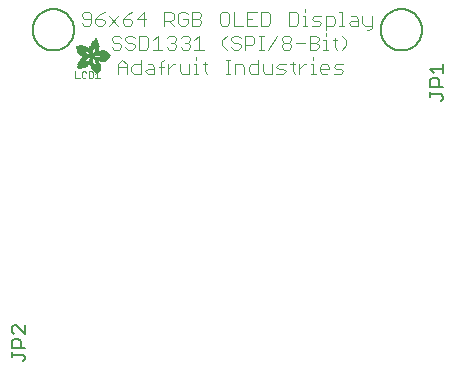
<source format=gbr>
G04 EAGLE Gerber RS-274X export*
G75*
%MOMM*%
%FSLAX34Y34*%
%LPD*%
%INSilkscreen Top*%
%IPPOS*%
%AMOC8*
5,1,8,0,0,1.08239X$1,22.5*%
G01*
%ADD10C,0.101600*%
%ADD11C,0.152400*%
%ADD12C,0.050800*%
%ADD13R,0.063400X0.002600*%
%ADD14R,0.099000X0.002400*%
%ADD15R,0.124400X0.002600*%
%ADD16R,0.144800X0.002400*%
%ADD17R,0.162600X0.002400*%
%ADD18R,0.180200X0.002600*%
%ADD19R,0.193000X0.002400*%
%ADD20R,0.208200X0.002600*%
%ADD21R,0.221000X0.002400*%
%ADD22R,0.233600X0.002400*%
%ADD23R,0.246200X0.002600*%
%ADD24R,0.256600X0.002400*%
%ADD25R,0.266600X0.002600*%
%ADD26R,0.276800X0.002400*%
%ADD27R,0.287000X0.002400*%
%ADD28R,0.297200X0.002600*%
%ADD29R,0.304800X0.002400*%
%ADD30R,0.315000X0.002600*%
%ADD31R,0.322600X0.002400*%
%ADD32R,0.332800X0.002400*%
%ADD33R,0.340400X0.002600*%
%ADD34R,0.350400X0.002400*%
%ADD35R,0.355600X0.002600*%
%ADD36R,0.363200X0.002400*%
%ADD37R,0.370800X0.002400*%
%ADD38R,0.378400X0.002600*%
%ADD39R,0.386000X0.002400*%
%ADD40R,0.391000X0.002600*%
%ADD41R,0.398800X0.002400*%
%ADD42R,0.406400X0.002400*%
%ADD43R,0.411400X0.002600*%
%ADD44R,0.419000X0.002400*%
%ADD45R,0.426600X0.002600*%
%ADD46R,0.431800X0.002400*%
%ADD47R,0.436800X0.002400*%
%ADD48R,0.442000X0.002600*%
%ADD49R,0.447000X0.002400*%
%ADD50R,0.454600X0.002600*%
%ADD51R,0.459600X0.002400*%
%ADD52R,0.467400X0.002400*%
%ADD53R,0.469800X0.002600*%
%ADD54R,0.475000X0.002400*%
%ADD55R,0.482600X0.002600*%
%ADD56R,0.485000X0.002400*%
%ADD57R,0.490200X0.002400*%
%ADD58R,0.495200X0.002600*%
%ADD59R,0.503000X0.002400*%
%ADD60R,0.505400X0.002600*%
%ADD61R,0.510400X0.002400*%
%ADD62R,0.515600X0.002400*%
%ADD63R,0.518000X0.002600*%
%ADD64R,0.523200X0.002400*%
%ADD65R,0.525800X0.002600*%
%ADD66R,0.533400X0.002400*%
%ADD67R,0.538400X0.002400*%
%ADD68R,0.541000X0.002600*%
%ADD69R,0.546000X0.002400*%
%ADD70R,0.548600X0.002600*%
%ADD71R,0.553600X0.002400*%
%ADD72R,0.558800X0.002400*%
%ADD73R,0.561400X0.002600*%
%ADD74R,0.566400X0.002400*%
%ADD75R,0.568800X0.002600*%
%ADD76R,0.574000X0.002400*%
%ADD77R,0.576600X0.002400*%
%ADD78R,0.581600X0.002600*%
%ADD79R,0.584200X0.002400*%
%ADD80R,0.589200X0.002600*%
%ADD81R,0.591800X0.002400*%
%ADD82R,0.596800X0.002400*%
%ADD83R,0.599400X0.002600*%
%ADD84R,0.604400X0.002400*%
%ADD85R,0.604400X0.002600*%
%ADD86R,0.609600X0.002400*%
%ADD87R,0.612200X0.002400*%
%ADD88R,0.617200X0.002600*%
%ADD89R,0.619800X0.002400*%
%ADD90R,0.622200X0.002600*%
%ADD91R,0.627200X0.002400*%
%ADD92R,0.632400X0.002600*%
%ADD93R,0.635000X0.002400*%
%ADD94R,0.640000X0.002600*%
%ADD95R,0.642600X0.002400*%
%ADD96R,0.645000X0.002400*%
%ADD97R,0.647600X0.002600*%
%ADD98R,0.650200X0.002400*%
%ADD99R,0.655200X0.002600*%
%ADD100R,0.657800X0.002400*%
%ADD101R,0.662800X0.002600*%
%ADD102R,0.665400X0.002400*%
%ADD103R,0.668000X0.002600*%
%ADD104R,0.670600X0.002400*%
%ADD105R,0.673000X0.002400*%
%ADD106R,0.678200X0.002600*%
%ADD107R,0.680600X0.002400*%
%ADD108R,0.680600X0.002600*%
%ADD109R,0.685800X0.002400*%
%ADD110R,0.688400X0.002400*%
%ADD111R,0.688400X0.002600*%
%ADD112R,0.693400X0.002400*%
%ADD113R,0.696000X0.002600*%
%ADD114R,0.698400X0.002400*%
%ADD115R,0.703400X0.002600*%
%ADD116R,0.706000X0.002400*%
%ADD117R,0.706000X0.002600*%
%ADD118R,0.711200X0.002400*%
%ADD119R,0.713800X0.002400*%
%ADD120R,0.713800X0.002600*%
%ADD121R,0.716200X0.002400*%
%ADD122R,0.721200X0.002600*%
%ADD123R,0.721200X0.002400*%
%ADD124R,0.723800X0.002400*%
%ADD125R,0.723800X0.002600*%
%ADD126R,0.729000X0.002400*%
%ADD127R,0.731600X0.002600*%
%ADD128R,0.731600X0.002400*%
%ADD129R,0.734000X0.002400*%
%ADD130R,0.736600X0.002600*%
%ADD131R,0.739000X0.002400*%
%ADD132R,0.741600X0.002600*%
%ADD133R,0.741600X0.002400*%
%ADD134R,0.744200X0.002400*%
%ADD135R,0.746600X0.002600*%
%ADD136R,0.749200X0.002400*%
%ADD137R,0.751800X0.002600*%
%ADD138R,0.751800X0.002400*%
%ADD139R,0.754200X0.002400*%
%ADD140R,0.756800X0.002600*%
%ADD141R,0.759400X0.002400*%
%ADD142R,0.759400X0.002600*%
%ADD143R,0.762000X0.002400*%
%ADD144R,0.764600X0.002400*%
%ADD145R,0.764600X0.002600*%
%ADD146R,0.767000X0.002400*%
%ADD147R,0.769600X0.002600*%
%ADD148R,0.772000X0.002400*%
%ADD149R,0.774600X0.002600*%
%ADD150R,0.774600X0.002400*%
%ADD151R,0.777200X0.002600*%
%ADD152R,0.777200X0.002400*%
%ADD153R,0.205600X0.002400*%
%ADD154R,0.779800X0.002400*%
%ADD155R,0.309800X0.002600*%
%ADD156R,0.782400X0.002600*%
%ADD157R,0.381000X0.002400*%
%ADD158R,0.784800X0.002400*%
%ADD159R,0.409000X0.002600*%
%ADD160R,0.784800X0.002600*%
%ADD161R,0.787400X0.002400*%
%ADD162R,0.452000X0.002400*%
%ADD163R,0.790000X0.002600*%
%ADD164R,0.487600X0.002400*%
%ADD165R,0.790000X0.002400*%
%ADD166R,0.502800X0.002600*%
%ADD167R,0.792400X0.002600*%
%ADD168R,0.518000X0.002400*%
%ADD169R,0.792400X0.002400*%
%ADD170R,0.530800X0.002400*%
%ADD171R,0.795000X0.002400*%
%ADD172R,0.795000X0.002600*%
%ADD173R,0.797600X0.002400*%
%ADD174R,0.563800X0.002600*%
%ADD175R,0.797600X0.002600*%
%ADD176R,0.800000X0.002400*%
%ADD177R,0.586600X0.002400*%
%ADD178R,0.596800X0.002600*%
%ADD179R,0.802600X0.002600*%
%ADD180R,0.604600X0.002400*%
%ADD181R,0.805200X0.002400*%
%ADD182R,0.612200X0.002600*%
%ADD183R,0.807600X0.002600*%
%ADD184R,0.622200X0.002400*%
%ADD185R,0.807600X0.002400*%
%ADD186R,0.630000X0.002400*%
%ADD187R,0.810200X0.002400*%
%ADD188R,0.637600X0.002600*%
%ADD189R,0.810200X0.002600*%
%ADD190R,0.647600X0.002400*%
%ADD191R,0.812800X0.002400*%
%ADD192R,0.652800X0.002600*%
%ADD193R,0.812800X0.002600*%
%ADD194R,0.815200X0.002400*%
%ADD195R,0.673000X0.002600*%
%ADD196R,0.815200X0.002600*%
%ADD197R,0.817800X0.002400*%
%ADD198R,0.683200X0.002600*%
%ADD199R,0.817800X0.002600*%
%ADD200R,0.690800X0.002400*%
%ADD201R,0.820400X0.002400*%
%ADD202R,0.696000X0.002400*%
%ADD203R,0.703600X0.002600*%
%ADD204R,0.820400X0.002600*%
%ADD205R,0.708600X0.002400*%
%ADD206R,0.823000X0.002400*%
%ADD207R,0.728800X0.002600*%
%ADD208R,0.825400X0.002600*%
%ADD209R,0.825400X0.002400*%
%ADD210R,0.739000X0.002600*%
%ADD211R,0.828000X0.002600*%
%ADD212R,0.828000X0.002400*%
%ADD213R,0.749200X0.002600*%
%ADD214R,0.830600X0.002600*%
%ADD215R,0.754400X0.002400*%
%ADD216R,0.830600X0.002400*%
%ADD217R,0.833200X0.002600*%
%ADD218R,0.764400X0.002400*%
%ADD219R,0.833200X0.002400*%
%ADD220R,0.835600X0.002600*%
%ADD221R,0.833000X0.002400*%
%ADD222R,0.782400X0.002400*%
%ADD223R,0.835600X0.002400*%
%ADD224R,0.787400X0.002600*%
%ADD225R,0.838200X0.002600*%
%ADD226R,0.789800X0.002400*%
%ADD227R,0.838200X0.002400*%
%ADD228R,0.840600X0.002600*%
%ADD229R,0.797400X0.002400*%
%ADD230R,0.840600X0.002400*%
%ADD231R,0.805200X0.002600*%
%ADD232R,0.840800X0.002600*%
%ADD233R,0.840800X0.002400*%
%ADD234R,0.843200X0.002600*%
%ADD235R,0.843200X0.002400*%
%ADD236R,0.815400X0.002400*%
%ADD237R,0.845800X0.002600*%
%ADD238R,0.845800X0.002400*%
%ADD239R,0.830400X0.002600*%
%ADD240R,0.848200X0.002600*%
%ADD241R,0.848200X0.002400*%
%ADD242R,0.848400X0.002400*%
%ADD243R,0.848400X0.002600*%
%ADD244R,0.850800X0.002400*%
%ADD245R,0.853400X0.002600*%
%ADD246R,0.850800X0.002600*%
%ADD247R,0.856000X0.002400*%
%ADD248R,0.861000X0.002600*%
%ADD249R,0.863600X0.002400*%
%ADD250R,0.866000X0.002600*%
%ADD251R,0.868600X0.002400*%
%ADD252R,0.871200X0.002600*%
%ADD253R,0.873600X0.002400*%
%ADD254R,0.853400X0.002400*%
%ADD255R,0.876200X0.002400*%
%ADD256R,0.876200X0.002600*%
%ADD257R,0.881400X0.002400*%
%ADD258R,0.883800X0.002600*%
%ADD259R,0.886400X0.002400*%
%ADD260R,0.889000X0.002400*%
%ADD261R,0.891600X0.002600*%
%ADD262R,0.891400X0.002400*%
%ADD263R,0.894000X0.002600*%
%ADD264R,0.896600X0.002400*%
%ADD265R,0.899000X0.002400*%
%ADD266R,0.901600X0.002600*%
%ADD267R,0.856000X0.002600*%
%ADD268R,0.904200X0.002400*%
%ADD269R,0.904200X0.002600*%
%ADD270R,0.909200X0.002400*%
%ADD271R,0.911800X0.002400*%
%ADD272R,0.914400X0.002600*%
%ADD273R,0.916800X0.002400*%
%ADD274R,0.919400X0.002600*%
%ADD275R,0.919400X0.002400*%
%ADD276R,0.922000X0.002400*%
%ADD277R,0.924600X0.002600*%
%ADD278R,0.927000X0.002400*%
%ADD279R,0.929600X0.002600*%
%ADD280R,0.932200X0.002400*%
%ADD281R,0.934600X0.002600*%
%ADD282R,0.937200X0.002400*%
%ADD283R,0.939800X0.002600*%
%ADD284R,0.942200X0.002400*%
%ADD285R,0.942400X0.002400*%
%ADD286R,0.944800X0.002600*%
%ADD287R,0.947400X0.002400*%
%ADD288R,0.950000X0.002600*%
%ADD289R,0.952400X0.002400*%
%ADD290R,0.955000X0.002400*%
%ADD291R,0.952400X0.002600*%
%ADD292R,0.957400X0.002600*%
%ADD293R,0.365600X0.002600*%
%ADD294R,0.462200X0.002600*%
%ADD295R,0.960000X0.002400*%
%ADD296R,0.358000X0.002400*%
%ADD297R,0.454600X0.002400*%
%ADD298R,0.962600X0.002400*%
%ADD299R,0.353000X0.002400*%
%ADD300R,0.452200X0.002400*%
%ADD301R,0.965200X0.002600*%
%ADD302R,0.350400X0.002600*%
%ADD303R,0.447000X0.002600*%
%ADD304R,0.965200X0.002400*%
%ADD305R,0.348000X0.002400*%
%ADD306R,0.444400X0.002400*%
%ADD307R,0.967600X0.002600*%
%ADD308R,0.345400X0.002600*%
%ADD309R,0.439400X0.002600*%
%ADD310R,0.970200X0.002400*%
%ADD311R,0.342800X0.002400*%
%ADD312R,0.340200X0.002400*%
%ADD313R,0.972800X0.002600*%
%ADD314R,0.337800X0.002600*%
%ADD315R,0.429200X0.002600*%
%ADD316R,0.972800X0.002400*%
%ADD317R,0.335200X0.002400*%
%ADD318R,0.429200X0.002400*%
%ADD319R,0.975400X0.002600*%
%ADD320R,0.332600X0.002600*%
%ADD321R,0.424200X0.002600*%
%ADD322R,0.977800X0.002400*%
%ADD323R,0.424200X0.002400*%
%ADD324R,0.980400X0.002600*%
%ADD325R,0.330200X0.002600*%
%ADD326R,0.419000X0.002600*%
%ADD327R,0.980400X0.002400*%
%ADD328R,0.327600X0.002400*%
%ADD329R,0.414000X0.002400*%
%ADD330R,0.983000X0.002600*%
%ADD331R,0.327600X0.002600*%
%ADD332R,0.414000X0.002600*%
%ADD333R,0.983000X0.002400*%
%ADD334R,0.325000X0.002400*%
%ADD335R,0.985400X0.002400*%
%ADD336R,0.409000X0.002400*%
%ADD337R,0.988000X0.002600*%
%ADD338R,0.322600X0.002600*%
%ADD339R,0.322400X0.002400*%
%ADD340R,0.320000X0.002600*%
%ADD341R,0.403800X0.002600*%
%ADD342R,0.990600X0.002400*%
%ADD343R,0.317400X0.002400*%
%ADD344R,0.401200X0.002400*%
%ADD345R,0.990600X0.002600*%
%ADD346R,0.317400X0.002600*%
%ADD347R,0.398800X0.002600*%
%ADD348R,0.315000X0.002400*%
%ADD349R,0.396200X0.002400*%
%ADD350R,0.993000X0.002600*%
%ADD351R,0.393600X0.002600*%
%ADD352R,0.993000X0.002400*%
%ADD353R,0.312400X0.002400*%
%ADD354R,0.393600X0.002400*%
%ADD355R,0.312400X0.002600*%
%ADD356R,0.391200X0.002600*%
%ADD357R,0.309800X0.002400*%
%ADD358R,0.388600X0.002400*%
%ADD359R,1.305600X0.002600*%
%ADD360R,0.386000X0.002600*%
%ADD361R,1.300400X0.002400*%
%ADD362R,1.298000X0.002400*%
%ADD363R,0.383400X0.002400*%
%ADD364R,1.298000X0.002600*%
%ADD365R,0.383400X0.002600*%
%ADD366R,1.295400X0.002400*%
%ADD367R,1.292800X0.002600*%
%ADD368R,0.381000X0.002600*%
%ADD369R,1.290200X0.002400*%
%ADD370R,0.378400X0.002400*%
%ADD371R,1.285200X0.002600*%
%ADD372R,1.285200X0.002400*%
%ADD373R,0.373400X0.002400*%
%ADD374R,1.282600X0.002600*%
%ADD375R,0.373400X0.002600*%
%ADD376R,1.282600X0.002400*%
%ADD377R,1.277600X0.002400*%
%ADD378R,1.277600X0.002600*%
%ADD379R,0.368200X0.002600*%
%ADD380R,1.275000X0.002400*%
%ADD381R,0.368200X0.002400*%
%ADD382R,1.272400X0.002600*%
%ADD383R,0.365800X0.002600*%
%ADD384R,1.270000X0.002400*%
%ADD385R,0.365800X0.002400*%
%ADD386R,1.265000X0.002600*%
%ADD387R,0.363200X0.002600*%
%ADD388R,1.265000X0.002400*%
%ADD389R,1.262400X0.002600*%
%ADD390R,0.360600X0.002600*%
%ADD391R,1.259800X0.002400*%
%ADD392R,0.360600X0.002400*%
%ADD393R,1.257200X0.002400*%
%ADD394R,1.257200X0.002600*%
%ADD395R,0.358000X0.002600*%
%ADD396R,1.254800X0.002400*%
%ADD397R,0.355600X0.002400*%
%ADD398R,1.252200X0.002600*%
%ADD399R,1.252200X0.002400*%
%ADD400R,1.247000X0.002400*%
%ADD401R,1.247000X0.002600*%
%ADD402R,0.353000X0.002600*%
%ADD403R,1.242000X0.002600*%
%ADD404R,1.242000X0.002400*%
%ADD405R,1.239400X0.002400*%
%ADD406R,1.237000X0.002600*%
%ADD407R,0.347800X0.002600*%
%ADD408R,1.237000X0.002400*%
%ADD409R,0.347800X0.002400*%
%ADD410R,1.231800X0.002600*%
%ADD411R,1.231800X0.002400*%
%ADD412R,0.345400X0.002400*%
%ADD413R,1.226800X0.002600*%
%ADD414R,1.226800X0.002400*%
%ADD415R,1.224200X0.002600*%
%ADD416R,0.342800X0.002600*%
%ADD417R,1.221600X0.002400*%
%ADD418R,0.340400X0.002400*%
%ADD419R,1.219200X0.002600*%
%ADD420R,1.216600X0.002400*%
%ADD421R,0.337800X0.002400*%
%ADD422R,1.214200X0.002600*%
%ADD423R,1.214200X0.002400*%
%ADD424R,1.209000X0.002400*%
%ADD425R,1.209000X0.002600*%
%ADD426R,0.335200X0.002600*%
%ADD427R,1.206400X0.002600*%
%ADD428R,0.652800X0.002400*%
%ADD429R,0.083800X0.002400*%
%ADD430R,0.505400X0.002400*%
%ADD431R,0.134600X0.002400*%
%ADD432R,0.497800X0.002600*%
%ADD433R,0.332800X0.002600*%
%ADD434R,0.167600X0.002600*%
%ADD435R,0.632400X0.002400*%
%ADD436R,0.330200X0.002400*%
%ADD437R,0.195400X0.002400*%
%ADD438R,0.629800X0.002600*%
%ADD439R,0.223400X0.002600*%
%ADD440R,0.624800X0.002400*%
%ADD441R,0.474800X0.002400*%
%ADD442R,0.246400X0.002400*%
%ADD443R,0.469800X0.002400*%
%ADD444R,0.264000X0.002400*%
%ADD445R,0.619600X0.002600*%
%ADD446R,0.284400X0.002600*%
%ADD447R,0.617200X0.002400*%
%ADD448R,0.457200X0.002400*%
%ADD449R,0.302200X0.002400*%
%ADD450R,0.614600X0.002600*%
%ADD451R,0.452000X0.002600*%
%ADD452R,0.325000X0.002600*%
%ADD453R,0.439400X0.002400*%
%ADD454R,0.609600X0.002600*%
%ADD455R,0.434400X0.002600*%
%ADD456R,0.322400X0.002600*%
%ADD457R,0.602000X0.002400*%
%ADD458R,0.416400X0.002400*%
%ADD459R,0.599400X0.002400*%
%ADD460R,0.408800X0.002400*%
%ADD461R,0.320000X0.002400*%
%ADD462R,0.441800X0.002400*%
%ADD463R,0.401200X0.002600*%
%ADD464R,0.464800X0.002400*%
%ADD465R,0.594200X0.002400*%
%ADD466R,0.591800X0.002600*%
%ADD467R,0.487600X0.002600*%
%ADD468R,0.594400X0.002400*%
%ADD469R,0.495200X0.002400*%
%ADD470R,0.508000X0.002600*%
%ADD471R,0.518200X0.002400*%
%ADD472R,0.589200X0.002400*%
%ADD473R,0.375800X0.002400*%
%ADD474R,0.528400X0.002400*%
%ADD475R,0.370800X0.002600*%
%ADD476R,0.538400X0.002600*%
%ADD477R,0.586600X0.002600*%
%ADD478R,0.556200X0.002600*%
%ADD479R,0.314800X0.002400*%
%ADD480R,0.586800X0.002600*%
%ADD481R,0.584200X0.002600*%
%ADD482R,0.602000X0.002600*%
%ADD483R,0.581600X0.002400*%
%ADD484R,0.619600X0.002400*%
%ADD485R,0.627400X0.002600*%
%ADD486R,0.307200X0.002600*%
%ADD487R,0.642600X0.002600*%
%ADD488R,0.579200X0.002400*%
%ADD489R,0.307400X0.002400*%
%ADD490R,0.579000X0.002600*%
%ADD491R,0.307400X0.002600*%
%ADD492R,0.665400X0.002600*%
%ADD493R,0.307200X0.002400*%
%ADD494R,0.314800X0.002600*%
%ADD495R,0.304800X0.002600*%
%ADD496R,0.576400X0.002400*%
%ADD497R,0.576600X0.002600*%
%ADD498R,0.713600X0.002400*%
%ADD499R,0.574000X0.002600*%
%ADD500R,0.302200X0.002600*%
%ADD501R,0.721400X0.002600*%
%ADD502R,0.299600X0.002400*%
%ADD503R,0.297200X0.002400*%
%ADD504R,0.736600X0.002400*%
%ADD505R,0.292000X0.002600*%
%ADD506R,0.289600X0.002400*%
%ADD507R,0.746800X0.002400*%
%ADD508R,0.571400X0.002600*%
%ADD509R,0.287000X0.002600*%
%ADD510R,0.299800X0.002600*%
%ADD511R,0.754400X0.002600*%
%ADD512R,0.284400X0.002400*%
%ADD513R,1.061800X0.002400*%
%ADD514R,0.571400X0.002400*%
%ADD515R,0.282000X0.002400*%
%ADD516R,1.066800X0.002400*%
%ADD517R,0.279400X0.002600*%
%ADD518R,1.066800X0.002600*%
%ADD519R,1.071800X0.002400*%
%ADD520R,0.274200X0.002600*%
%ADD521R,1.074400X0.002600*%
%ADD522R,0.274200X0.002400*%
%ADD523R,1.076800X0.002400*%
%ADD524R,0.569000X0.002400*%
%ADD525R,0.271800X0.002400*%
%ADD526R,1.079400X0.002400*%
%ADD527R,0.269200X0.002600*%
%ADD528R,1.082000X0.002600*%
%ADD529R,0.266600X0.002400*%
%ADD530R,1.087000X0.002400*%
%ADD531R,0.569000X0.002600*%
%ADD532R,0.264200X0.002600*%
%ADD533R,1.087000X0.002600*%
%ADD534R,0.568800X0.002400*%
%ADD535R,0.261600X0.002400*%
%ADD536R,1.092200X0.002400*%
%ADD537R,0.259000X0.002400*%
%ADD538R,1.094800X0.002400*%
%ADD539R,0.566400X0.002600*%
%ADD540R,0.256600X0.002600*%
%ADD541R,1.097200X0.002600*%
%ADD542R,1.099800X0.002400*%
%ADD543R,0.254000X0.002600*%
%ADD544R,1.104800X0.002600*%
%ADD545R,0.251400X0.002400*%
%ADD546R,1.104800X0.002400*%
%ADD547R,0.248800X0.002400*%
%ADD548R,1.110000X0.002400*%
%ADD549R,0.246400X0.002600*%
%ADD550R,1.112400X0.002600*%
%ADD551R,1.115000X0.002400*%
%ADD552R,1.117600X0.002600*%
%ADD553R,0.563800X0.002400*%
%ADD554R,0.243800X0.002400*%
%ADD555R,1.122600X0.002400*%
%ADD556R,0.241200X0.002400*%
%ADD557R,0.241200X0.002600*%
%ADD558R,1.127800X0.002600*%
%ADD559R,0.238600X0.002400*%
%ADD560R,1.130200X0.002400*%
%ADD561R,0.236200X0.002600*%
%ADD562R,1.132800X0.002600*%
%ADD563R,0.561400X0.002400*%
%ADD564R,1.137800X0.002400*%
%ADD565R,0.561200X0.002400*%
%ADD566R,0.561200X0.002600*%
%ADD567R,0.233600X0.002600*%
%ADD568R,1.143000X0.002600*%
%ADD569R,0.231200X0.002400*%
%ADD570R,1.145600X0.002400*%
%ADD571R,0.231200X0.002600*%
%ADD572R,1.148000X0.002600*%
%ADD573R,0.228600X0.002400*%
%ADD574R,1.153200X0.002400*%
%ADD575R,0.226000X0.002400*%
%ADD576R,0.558800X0.002600*%
%ADD577R,0.228600X0.002600*%
%ADD578R,1.158200X0.002600*%
%ADD579R,1.160800X0.002400*%
%ADD580R,1.165800X0.002600*%
%ADD581R,0.223400X0.002400*%
%ADD582R,1.168400X0.002400*%
%ADD583R,1.171000X0.002400*%
%ADD584R,1.176000X0.002600*%
%ADD585R,0.220800X0.002400*%
%ADD586R,1.176000X0.002400*%
%ADD587R,0.221000X0.002600*%
%ADD588R,1.181000X0.002600*%
%ADD589R,1.186200X0.002400*%
%ADD590R,0.218400X0.002400*%
%ADD591R,1.188600X0.002400*%
%ADD592R,1.193800X0.002600*%
%ADD593R,1.196200X0.002400*%
%ADD594R,1.201400X0.002600*%
%ADD595R,0.556200X0.002400*%
%ADD596R,1.206400X0.002400*%
%ADD597R,0.218400X0.002600*%
%ADD598R,1.221600X0.002600*%
%ADD599R,0.553800X0.002400*%
%ADD600R,0.223600X0.002400*%
%ADD601R,0.553600X0.002600*%
%ADD602R,0.226000X0.002600*%
%ADD603R,0.551200X0.002600*%
%ADD604R,0.231000X0.002600*%
%ADD605R,1.249600X0.002600*%
%ADD606R,0.551200X0.002400*%
%ADD607R,0.236200X0.002400*%
%ADD608R,1.513800X0.002400*%
%ADD609R,1.513800X0.002600*%
%ADD610R,0.551000X0.002400*%
%ADD611R,1.516200X0.002600*%
%ADD612R,1.516400X0.002400*%
%ADD613R,0.551000X0.002600*%
%ADD614R,1.518800X0.002600*%
%ADD615R,1.519000X0.002400*%
%ADD616R,1.519000X0.002600*%
%ADD617R,1.521400X0.002400*%
%ADD618R,1.521400X0.002600*%
%ADD619R,1.524000X0.002400*%
%ADD620R,1.524000X0.002600*%
%ADD621R,1.526400X0.002400*%
%ADD622R,1.526600X0.002600*%
%ADD623R,1.529000X0.002400*%
%ADD624R,1.529000X0.002600*%
%ADD625R,1.531600X0.002400*%
%ADD626R,1.534200X0.002600*%
%ADD627R,1.536600X0.002400*%
%ADD628R,1.539200X0.002600*%
%ADD629R,1.541800X0.002400*%
%ADD630R,1.544200X0.002600*%
%ADD631R,1.549400X0.002400*%
%ADD632R,1.549400X0.002600*%
%ADD633R,1.554400X0.002400*%
%ADD634R,1.557000X0.002400*%
%ADD635R,0.594400X0.002600*%
%ADD636R,1.559400X0.002600*%
%ADD637R,1.564600X0.002400*%
%ADD638R,0.604600X0.002600*%
%ADD639R,1.567200X0.002600*%
%ADD640R,1.572200X0.002400*%
%ADD641R,0.614600X0.002400*%
%ADD642R,1.577200X0.002400*%
%ADD643R,0.525800X0.002400*%
%ADD644R,0.906800X0.002400*%
%ADD645R,1.168400X0.002600*%
%ADD646R,0.889000X0.002600*%
%ADD647R,1.155600X0.002400*%
%ADD648R,1.143000X0.002400*%
%ADD649R,0.866200X0.002400*%
%ADD650R,1.130200X0.002600*%
%ADD651R,1.120000X0.002400*%
%ADD652R,1.110000X0.002600*%
%ADD653R,1.084600X0.002600*%
%ADD654R,1.071800X0.002600*%
%ADD655R,1.064200X0.002400*%
%ADD656R,0.807800X0.002400*%
%ADD657R,1.059200X0.002400*%
%ADD658R,0.802600X0.002400*%
%ADD659R,1.054000X0.002600*%
%ADD660R,0.800000X0.002600*%
%ADD661R,1.049000X0.002400*%
%ADD662R,1.046400X0.002600*%
%ADD663R,1.041400X0.002400*%
%ADD664R,1.038800X0.002400*%
%ADD665R,1.033800X0.002600*%
%ADD666R,1.031200X0.002400*%
%ADD667R,1.028600X0.002600*%
%ADD668R,1.026000X0.002400*%
%ADD669R,0.782200X0.002400*%
%ADD670R,1.026200X0.002400*%
%ADD671R,1.023600X0.002600*%
%ADD672R,0.782200X0.002600*%
%ADD673R,1.021000X0.002400*%
%ADD674R,1.021000X0.002600*%
%ADD675R,1.018400X0.002400*%
%ADD676R,1.018400X0.002600*%
%ADD677R,1.023600X0.002400*%
%ADD678R,1.026200X0.002600*%
%ADD679R,1.028600X0.002400*%
%ADD680R,1.033600X0.002600*%
%ADD681R,0.797400X0.002600*%
%ADD682R,1.033600X0.002400*%
%ADD683R,1.036200X0.002600*%
%ADD684R,1.046400X0.002400*%
%ADD685R,1.049000X0.002600*%
%ADD686R,1.054000X0.002400*%
%ADD687R,1.056600X0.002600*%
%ADD688R,1.061600X0.002400*%
%ADD689R,0.822800X0.002400*%
%ADD690R,1.097200X0.002400*%
%ADD691R,0.858400X0.002600*%
%ADD692R,1.122600X0.002600*%
%ADD693R,0.878800X0.002400*%
%ADD694R,1.140400X0.002400*%
%ADD695R,0.883800X0.002400*%
%ADD696R,0.901600X0.002400*%
%ADD697R,1.170800X0.002600*%
%ADD698R,0.909200X0.002600*%
%ADD699R,1.181000X0.002400*%
%ADD700R,1.196400X0.002400*%
%ADD701R,0.929600X0.002400*%
%ADD702R,1.221800X0.002400*%
%ADD703R,0.949800X0.002400*%
%ADD704R,0.962600X0.002600*%
%ADD705R,0.975400X0.002400*%
%ADD706R,1.272400X0.002400*%
%ADD707R,1.290400X0.002600*%
%ADD708R,1.008200X0.002600*%
%ADD709R,1.318200X0.002400*%
%ADD710R,1.361400X0.002600*%
%ADD711R,2.491600X0.002400*%
%ADD712R,2.494200X0.002400*%
%ADD713R,2.499400X0.002600*%
%ADD714R,2.501800X0.002400*%
%ADD715R,2.504400X0.002600*%
%ADD716R,2.509400X0.002400*%
%ADD717R,2.512000X0.002400*%
%ADD718R,2.517200X0.002600*%
%ADD719R,2.519600X0.002400*%
%ADD720R,2.524800X0.002600*%
%ADD721R,2.527200X0.002400*%
%ADD722R,2.529800X0.002400*%
%ADD723R,2.535000X0.002600*%
%ADD724R,1.673800X0.002400*%
%ADD725R,1.661200X0.002600*%
%ADD726R,1.653400X0.002400*%
%ADD727R,1.645800X0.002400*%
%ADD728R,1.638200X0.002600*%
%ADD729R,1.635800X0.002400*%
%ADD730R,0.779800X0.002600*%
%ADD731R,1.630600X0.002600*%
%ADD732R,1.625600X0.002400*%
%ADD733R,0.772200X0.002400*%
%ADD734R,1.620400X0.002400*%
%ADD735R,1.618000X0.002600*%
%ADD736R,1.612800X0.002400*%
%ADD737R,0.764400X0.002600*%
%ADD738R,1.610200X0.002600*%
%ADD739R,1.607800X0.002400*%
%ADD740R,1.602600X0.002400*%
%ADD741R,0.757000X0.002600*%
%ADD742R,1.600200X0.002600*%
%ADD743R,1.597600X0.002400*%
%ADD744R,1.595000X0.002600*%
%ADD745R,1.592600X0.002400*%
%ADD746R,1.590000X0.002400*%
%ADD747R,0.746800X0.002600*%
%ADD748R,1.587400X0.002600*%
%ADD749R,1.585000X0.002400*%
%ADD750R,0.744200X0.002600*%
%ADD751R,1.582400X0.002600*%
%ADD752R,1.579800X0.002400*%
%ADD753R,1.577200X0.002600*%
%ADD754R,1.574800X0.002400*%
%ADD755R,0.734000X0.002600*%
%ADD756R,1.574800X0.002600*%
%ADD757R,1.338600X0.002400*%
%ADD758R,0.731400X0.002400*%
%ADD759R,1.323200X0.002400*%
%ADD760R,0.731400X0.002600*%
%ADD761R,0.213200X0.002600*%
%ADD762R,1.315600X0.002600*%
%ADD763R,0.210800X0.002400*%
%ADD764R,1.308000X0.002400*%
%ADD765R,0.726400X0.002600*%
%ADD766R,0.210800X0.002600*%
%ADD767R,1.300400X0.002600*%
%ADD768R,0.721400X0.002400*%
%ADD769R,0.208200X0.002400*%
%ADD770R,0.718800X0.002400*%
%ADD771R,0.716200X0.002600*%
%ADD772R,1.267400X0.002400*%
%ADD773R,0.713600X0.002600*%
%ADD774R,1.254800X0.002600*%
%ADD775R,1.249600X0.002400*%
%ADD776R,0.711200X0.002600*%
%ADD777R,1.244600X0.002600*%
%ADD778R,0.706200X0.002400*%
%ADD779R,0.213400X0.002400*%
%ADD780R,0.213200X0.002400*%
%ADD781R,0.215800X0.002600*%
%ADD782R,1.221800X0.002600*%
%ADD783R,0.701000X0.002400*%
%ADD784R,0.215800X0.002400*%
%ADD785R,1.219200X0.002400*%
%ADD786R,1.214000X0.002400*%
%ADD787R,0.701000X0.002600*%
%ADD788R,0.223600X0.002600*%
%ADD789R,1.198800X0.002600*%
%ADD790R,0.695800X0.002400*%
%ADD791R,1.193800X0.002400*%
%ADD792R,1.188800X0.002400*%
%ADD793R,0.695800X0.002600*%
%ADD794R,1.186200X0.002600*%
%ADD795R,0.690800X0.002600*%
%ADD796R,1.178400X0.002600*%
%ADD797R,0.238800X0.002400*%
%ADD798R,1.173400X0.002400*%
%ADD799R,0.688200X0.002400*%
%ADD800R,0.688200X0.002600*%
%ADD801R,1.163200X0.002600*%
%ADD802R,1.158200X0.002400*%
%ADD803R,0.685800X0.002600*%
%ADD804R,1.155600X0.002600*%
%ADD805R,1.150600X0.002400*%
%ADD806R,0.683200X0.002400*%
%ADD807R,1.145400X0.002400*%
%ADD808R,0.256400X0.002400*%
%ADD809R,1.135400X0.002400*%
%ADD810R,0.261600X0.002600*%
%ADD811R,1.127600X0.002400*%
%ADD812R,1.125200X0.002400*%
%ADD813R,1.120000X0.002600*%
%ADD814R,0.678200X0.002400*%
%ADD815R,1.107400X0.002400*%
%ADD816R,0.675600X0.002400*%
%ADD817R,1.102200X0.002400*%
%ADD818R,1.099800X0.002600*%
%ADD819R,0.675600X0.002600*%
%ADD820R,1.089600X0.002600*%
%ADD821R,0.294600X0.002400*%
%ADD822R,1.084400X0.002400*%
%ADD823R,1.082000X0.002400*%
%ADD824R,1.076800X0.002600*%
%ADD825R,1.069200X0.002600*%
%ADD826R,1.051400X0.002400*%
%ADD827R,0.670400X0.002400*%
%ADD828R,0.670600X0.002600*%
%ADD829R,1.031200X0.002600*%
%ADD830R,0.670400X0.002600*%
%ADD831R,1.016000X0.002400*%
%ADD832R,1.010800X0.002600*%
%ADD833R,0.376000X0.002400*%
%ADD834R,1.005800X0.002400*%
%ADD835R,1.000800X0.002600*%
%ADD836R,0.998200X0.002400*%
%ADD837R,0.391200X0.002400*%
%ADD838R,0.396200X0.002600*%
%ADD839R,0.401400X0.002400*%
%ADD840R,0.406400X0.002600*%
%ADD841R,0.977800X0.002600*%
%ADD842R,0.421600X0.002400*%
%ADD843R,0.955000X0.002600*%
%ADD844R,0.950000X0.002400*%
%ADD845R,0.944800X0.002400*%
%ADD846R,0.942200X0.002600*%
%ADD847R,0.467200X0.002400*%
%ADD848R,0.477400X0.002600*%
%ADD849R,0.530800X0.002600*%
%ADD850R,0.906800X0.002600*%
%ADD851R,1.325800X0.002400*%
%ADD852R,0.894000X0.002400*%
%ADD853R,1.325800X0.002600*%
%ADD854R,1.328400X0.002400*%
%ADD855R,1.328400X0.002600*%
%ADD856R,0.881400X0.002600*%
%ADD857R,1.333400X0.002400*%
%ADD858R,1.333400X0.002600*%
%ADD859R,0.863600X0.002600*%
%ADD860R,0.858400X0.002400*%
%ADD861R,1.336000X0.002600*%
%ADD862R,1.338600X0.002600*%
%ADD863R,0.833000X0.002600*%
%ADD864R,1.343600X0.002400*%
%ADD865R,1.343600X0.002600*%
%ADD866R,0.365600X0.002400*%
%ADD867R,1.346200X0.002400*%
%ADD868R,1.348800X0.002600*%
%ADD869R,1.348800X0.002400*%
%ADD870R,1.351200X0.002600*%
%ADD871R,1.351200X0.002400*%
%ADD872R,0.269200X0.002400*%
%ADD873R,1.353800X0.002400*%
%ADD874R,0.249000X0.002400*%
%ADD875R,1.353800X0.002600*%
%ADD876R,0.340200X0.002600*%
%ADD877R,1.356200X0.002400*%
%ADD878R,1.358800X0.002600*%
%ADD879R,0.198200X0.002600*%
%ADD880R,1.358800X0.002400*%
%ADD881R,0.180200X0.002400*%
%ADD882R,0.157400X0.002400*%
%ADD883R,0.132000X0.002600*%
%ADD884R,1.364000X0.002400*%
%ADD885R,0.101600X0.002400*%
%ADD886R,1.364000X0.002600*%
%ADD887R,0.050800X0.002600*%
%ADD888R,1.369000X0.002400*%
%ADD889R,1.369000X0.002600*%
%ADD890R,1.371600X0.002600*%
%ADD891R,1.374200X0.002400*%
%ADD892R,1.376600X0.002600*%
%ADD893R,1.376600X0.002400*%
%ADD894R,1.379200X0.002600*%
%ADD895R,1.381800X0.002400*%
%ADD896R,1.381800X0.002600*%
%ADD897R,1.386800X0.002400*%
%ADD898R,1.386800X0.002600*%
%ADD899R,0.294600X0.002600*%
%ADD900R,1.389200X0.002400*%
%ADD901R,1.389200X0.002600*%
%ADD902R,1.394400X0.002400*%
%ADD903R,0.292000X0.002400*%
%ADD904R,1.394400X0.002600*%
%ADD905R,1.397000X0.002400*%
%ADD906R,1.397000X0.002600*%
%ADD907R,1.402000X0.002400*%
%ADD908R,1.402000X0.002600*%
%ADD909R,0.289600X0.002600*%
%ADD910R,1.404600X0.002400*%
%ADD911R,1.407000X0.002600*%
%ADD912R,1.409600X0.002400*%
%ADD913R,1.412200X0.002600*%
%ADD914R,1.412200X0.002400*%
%ADD915R,1.414800X0.002600*%
%ADD916R,1.417200X0.002400*%
%ADD917R,1.419800X0.002600*%
%ADD918R,1.419800X0.002400*%
%ADD919R,1.422400X0.002400*%
%ADD920R,1.424800X0.002600*%
%ADD921R,1.424800X0.002400*%
%ADD922R,1.051400X0.002600*%
%ADD923R,0.375800X0.002600*%
%ADD924R,1.044000X0.002400*%
%ADD925R,0.383600X0.002400*%
%ADD926R,1.041400X0.002600*%
%ADD927R,0.299600X0.002600*%
%ADD928R,1.038800X0.002600*%
%ADD929R,0.388600X0.002600*%
%ADD930R,1.036200X0.002400*%
%ADD931R,0.398600X0.002600*%
%ADD932R,0.398600X0.002400*%
%ADD933R,1.018600X0.002600*%
%ADD934R,0.403800X0.002400*%
%ADD935R,1.013400X0.002600*%
%ADD936R,1.008400X0.002400*%
%ADD937R,0.411400X0.002400*%
%ADD938R,1.005800X0.002600*%
%ADD939R,1.003200X0.002400*%
%ADD940R,0.421600X0.002600*%
%ADD941R,0.426800X0.002400*%
%ADD942R,0.995600X0.002400*%
%ADD943R,0.441800X0.002600*%
%ADD944R,0.988000X0.002400*%
%ADD945R,0.985400X0.002600*%
%ADD946R,0.975200X0.002400*%
%ADD947R,0.970200X0.002600*%
%ADD948R,0.967600X0.002400*%
%ADD949R,0.960000X0.002600*%
%ADD950R,0.805000X0.002600*%
%ADD951R,0.957400X0.002400*%
%ADD952R,0.947400X0.002600*%
%ADD953R,0.934600X0.002400*%
%ADD954R,0.927000X0.002600*%
%ADD955R,0.924600X0.002400*%
%ADD956R,0.917000X0.002400*%
%ADD957R,0.891400X0.002600*%
%ADD958R,0.861000X0.002400*%
%ADD959R,0.789800X0.002600*%
%ADD960R,0.772200X0.002600*%
%ADD961R,0.772000X0.002600*%
%ADD962R,0.726400X0.002400*%
%ADD963R,0.769600X0.002400*%
%ADD964R,0.718800X0.002600*%
%ADD965R,0.767000X0.002600*%
%ADD966R,0.660400X0.002400*%
%ADD967R,0.650200X0.002600*%
%ADD968R,0.637400X0.002400*%
%ADD969R,0.607000X0.002400*%
%ADD970R,0.535800X0.002400*%
%ADD971R,0.756800X0.002400*%
%ADD972R,0.061000X0.002400*%
%ADD973R,0.746600X0.002400*%
%ADD974R,0.729000X0.002600*%
%ADD975R,0.703600X0.002400*%
%ADD976R,0.698400X0.002600*%
%ADD977R,0.693400X0.002600*%
%ADD978R,0.680800X0.002400*%
%ADD979R,0.680800X0.002600*%
%ADD980R,0.668000X0.002400*%
%ADD981R,0.663000X0.002400*%
%ADD982R,0.663000X0.002600*%
%ADD983R,0.655200X0.002400*%
%ADD984R,0.652600X0.002600*%
%ADD985R,0.652600X0.002400*%
%ADD986R,0.645200X0.002400*%
%ADD987R,0.645200X0.002600*%
%ADD988R,0.640000X0.002400*%
%ADD989R,0.635000X0.002600*%
%ADD990R,0.629800X0.002400*%
%ADD991R,0.627400X0.002400*%
%ADD992R,0.612000X0.002600*%
%ADD993R,0.612000X0.002400*%
%ADD994R,0.607000X0.002600*%
%ADD995R,0.553800X0.002600*%
%ADD996R,0.546000X0.002600*%
%ADD997R,0.543400X0.002400*%
%ADD998R,0.543400X0.002600*%
%ADD999R,0.536000X0.002400*%
%ADD1000R,0.536000X0.002600*%
%ADD1001R,0.528200X0.002600*%
%ADD1002R,0.525600X0.002400*%
%ADD1003R,0.520600X0.002600*%
%ADD1004R,0.515600X0.002600*%
%ADD1005R,0.510600X0.002400*%
%ADD1006R,0.502800X0.002400*%
%ADD1007R,0.500400X0.002600*%
%ADD1008R,0.497800X0.002400*%
%ADD1009R,0.492800X0.002400*%
%ADD1010R,0.492800X0.002600*%
%ADD1011R,0.485000X0.002600*%
%ADD1012R,0.482600X0.002400*%
%ADD1013R,0.480000X0.002400*%
%ADD1014R,0.475000X0.002600*%
%ADD1015R,0.472400X0.002400*%
%ADD1016R,0.444400X0.002600*%
%ADD1017R,0.442000X0.002400*%
%ADD1018R,0.436800X0.002600*%
%ADD1019R,0.434200X0.002400*%
%ADD1020R,0.416600X0.002400*%
%ADD1021R,0.358200X0.002400*%
%ADD1022R,0.289400X0.002400*%
%ADD1023R,0.276800X0.002600*%
%ADD1024R,0.256400X0.002600*%
%ADD1025R,0.254000X0.002400*%
%ADD1026R,0.243800X0.002600*%
%ADD1027R,0.231000X0.002400*%
%ADD1028R,0.203200X0.002400*%
%ADD1029R,0.200600X0.002600*%
%ADD1030R,0.195600X0.002400*%
%ADD1031R,0.193000X0.002600*%
%ADD1032R,0.188000X0.002400*%
%ADD1033R,0.182800X0.002400*%
%ADD1034R,0.172600X0.002400*%
%ADD1035R,0.170200X0.002600*%
%ADD1036R,0.167600X0.002400*%
%ADD1037R,0.160000X0.002400*%
%ADD1038R,0.157400X0.002600*%
%ADD1039R,0.152400X0.002400*%
%ADD1040R,0.149800X0.002600*%
%ADD1041R,0.139600X0.002400*%
%ADD1042R,0.137200X0.002600*%
%ADD1043R,0.129400X0.002400*%
%ADD1044R,0.127000X0.002600*%
%ADD1045R,0.124400X0.002400*%
%ADD1046R,0.119400X0.002400*%
%ADD1047R,0.114200X0.002600*%
%ADD1048R,0.109200X0.002400*%
%ADD1049R,0.106600X0.002600*%
%ADD1050R,0.096400X0.002400*%
%ADD1051R,0.094000X0.002600*%
%ADD1052R,0.088800X0.002400*%
%ADD1053R,0.083800X0.002600*%
%ADD1054R,0.078600X0.002400*%
%ADD1055R,0.076200X0.002400*%
%ADD1056R,0.073600X0.002600*%
%ADD1057R,0.066000X0.002400*%
%ADD1058R,0.058400X0.002400*%
%ADD1059R,0.055800X0.002400*%
%ADD1060R,0.048200X0.002600*%
%ADD1061R,0.045600X0.002400*%
%ADD1062R,0.043200X0.002600*%
%ADD1063R,0.038000X0.002400*%
%ADD1064R,0.035600X0.002400*%
%ADD1065R,0.027800X0.002600*%
%ADD1066R,0.025400X0.002400*%
%ADD1067R,0.020200X0.002600*%
%ADD1068R,0.017800X0.002400*%
%ADD1069R,0.015200X0.002400*%
%ADD1070R,0.010000X0.002600*%
%ADD1071R,0.007600X0.002400*%
%ADD1072C,0.127000*%


D10*
X97028Y249428D02*
X97028Y257224D01*
X100926Y261122D01*
X104824Y257224D01*
X104824Y249428D01*
X104824Y255275D02*
X97028Y255275D01*
X116518Y261122D02*
X116518Y249428D01*
X110671Y249428D01*
X108722Y251377D01*
X108722Y255275D01*
X110671Y257224D01*
X116518Y257224D01*
X122365Y257224D02*
X126263Y257224D01*
X128212Y255275D01*
X128212Y249428D01*
X122365Y249428D01*
X120416Y251377D01*
X122365Y253326D01*
X128212Y253326D01*
X134059Y249428D02*
X134059Y259173D01*
X136008Y261122D01*
X136008Y255275D02*
X132110Y255275D01*
X139906Y257224D02*
X139906Y249428D01*
X139906Y253326D02*
X143804Y257224D01*
X145753Y257224D01*
X149651Y257224D02*
X149651Y251377D01*
X151600Y249428D01*
X157447Y249428D01*
X157447Y257224D01*
X161345Y257224D02*
X163294Y257224D01*
X163294Y249428D01*
X161345Y249428D02*
X165243Y249428D01*
X163294Y261122D02*
X163294Y263071D01*
X171090Y259173D02*
X171090Y251377D01*
X173039Y249428D01*
X173039Y257224D02*
X169141Y257224D01*
X188631Y249428D02*
X192529Y249428D01*
X190580Y249428D02*
X190580Y261122D01*
X188631Y261122D02*
X192529Y261122D01*
X196427Y257224D02*
X196427Y249428D01*
X196427Y257224D02*
X202274Y257224D01*
X204223Y255275D01*
X204223Y249428D01*
X215917Y249428D02*
X215917Y261122D01*
X215917Y249428D02*
X210070Y249428D01*
X208121Y251377D01*
X208121Y255275D01*
X210070Y257224D01*
X215917Y257224D01*
X219815Y257224D02*
X219815Y251377D01*
X221764Y249428D01*
X227611Y249428D01*
X227611Y257224D01*
X231509Y249428D02*
X237356Y249428D01*
X239305Y251377D01*
X237356Y253326D01*
X233458Y253326D01*
X231509Y255275D01*
X233458Y257224D01*
X239305Y257224D01*
X245152Y259173D02*
X245152Y251377D01*
X247101Y249428D01*
X247101Y257224D02*
X243203Y257224D01*
X250999Y257224D02*
X250999Y249428D01*
X250999Y253326D02*
X254897Y257224D01*
X256846Y257224D01*
X260744Y257224D02*
X262692Y257224D01*
X262692Y249428D01*
X260744Y249428D02*
X264641Y249428D01*
X262692Y261122D02*
X262692Y263071D01*
X270488Y249428D02*
X274386Y249428D01*
X270488Y249428D02*
X268539Y251377D01*
X268539Y255275D01*
X270488Y257224D01*
X274386Y257224D01*
X276335Y255275D01*
X276335Y253326D01*
X268539Y253326D01*
X280233Y249428D02*
X286080Y249428D01*
X288029Y251377D01*
X286080Y253326D01*
X282182Y253326D01*
X280233Y255275D01*
X282182Y257224D01*
X288029Y257224D01*
X68497Y290068D02*
X66548Y292017D01*
X68497Y290068D02*
X72395Y290068D01*
X74344Y292017D01*
X74344Y299813D01*
X72395Y301762D01*
X68497Y301762D01*
X66548Y299813D01*
X66548Y297864D01*
X68497Y295915D01*
X74344Y295915D01*
X82140Y299813D02*
X86038Y301762D01*
X82140Y299813D02*
X78242Y295915D01*
X78242Y292017D01*
X80191Y290068D01*
X84089Y290068D01*
X86038Y292017D01*
X86038Y293966D01*
X84089Y295915D01*
X78242Y295915D01*
X89936Y297864D02*
X97732Y290068D01*
X89936Y290068D02*
X97732Y297864D01*
X105528Y299813D02*
X109426Y301762D01*
X105528Y299813D02*
X101630Y295915D01*
X101630Y292017D01*
X103579Y290068D01*
X107477Y290068D01*
X109426Y292017D01*
X109426Y293966D01*
X107477Y295915D01*
X101630Y295915D01*
X119171Y290068D02*
X119171Y301762D01*
X113324Y295915D01*
X121120Y295915D01*
X136712Y290068D02*
X136712Y301762D01*
X142559Y301762D01*
X144508Y299813D01*
X144508Y295915D01*
X142559Y293966D01*
X136712Y293966D01*
X140610Y293966D02*
X144508Y290068D01*
X156202Y299813D02*
X154253Y301762D01*
X150355Y301762D01*
X148406Y299813D01*
X148406Y292017D01*
X150355Y290068D01*
X154253Y290068D01*
X156202Y292017D01*
X156202Y295915D01*
X152304Y295915D01*
X160100Y290068D02*
X160100Y301762D01*
X165947Y301762D01*
X167896Y299813D01*
X167896Y297864D01*
X165947Y295915D01*
X167896Y293966D01*
X167896Y292017D01*
X165947Y290068D01*
X160100Y290068D01*
X160100Y295915D02*
X165947Y295915D01*
X185437Y301762D02*
X189335Y301762D01*
X185437Y301762D02*
X183488Y299813D01*
X183488Y292017D01*
X185437Y290068D01*
X189335Y290068D01*
X191284Y292017D01*
X191284Y299813D01*
X189335Y301762D01*
X195182Y301762D02*
X195182Y290068D01*
X202978Y290068D01*
X206876Y301762D02*
X214672Y301762D01*
X206876Y301762D02*
X206876Y290068D01*
X214672Y290068D01*
X210774Y295915D02*
X206876Y295915D01*
X218570Y301762D02*
X218570Y290068D01*
X224417Y290068D01*
X226366Y292017D01*
X226366Y299813D01*
X224417Y301762D01*
X218570Y301762D01*
X241958Y301762D02*
X241958Y290068D01*
X247805Y290068D01*
X249754Y292017D01*
X249754Y299813D01*
X247805Y301762D01*
X241958Y301762D01*
X253652Y297864D02*
X255600Y297864D01*
X255600Y290068D01*
X253652Y290068D02*
X257549Y290068D01*
X255600Y301762D02*
X255600Y303711D01*
X261447Y290068D02*
X267294Y290068D01*
X269243Y292017D01*
X267294Y293966D01*
X263396Y293966D01*
X261447Y295915D01*
X263396Y297864D01*
X269243Y297864D01*
X273141Y297864D02*
X273141Y286170D01*
X273141Y297864D02*
X278988Y297864D01*
X280937Y295915D01*
X280937Y292017D01*
X278988Y290068D01*
X273141Y290068D01*
X284835Y301762D02*
X286784Y301762D01*
X286784Y290068D01*
X284835Y290068D02*
X288733Y290068D01*
X294580Y297864D02*
X298478Y297864D01*
X300427Y295915D01*
X300427Y290068D01*
X294580Y290068D01*
X292631Y292017D01*
X294580Y293966D01*
X300427Y293966D01*
X304325Y292017D02*
X304325Y297864D01*
X304325Y292017D02*
X306274Y290068D01*
X312121Y290068D01*
X312121Y288119D02*
X312121Y297864D01*
X312121Y288119D02*
X310172Y286170D01*
X308223Y286170D01*
X99744Y279493D02*
X97795Y281442D01*
X93897Y281442D01*
X91948Y279493D01*
X91948Y277544D01*
X93897Y275595D01*
X97795Y275595D01*
X99744Y273646D01*
X99744Y271697D01*
X97795Y269748D01*
X93897Y269748D01*
X91948Y271697D01*
X109489Y281442D02*
X111438Y279493D01*
X109489Y281442D02*
X105591Y281442D01*
X103642Y279493D01*
X103642Y277544D01*
X105591Y275595D01*
X109489Y275595D01*
X111438Y273646D01*
X111438Y271697D01*
X109489Y269748D01*
X105591Y269748D01*
X103642Y271697D01*
X115336Y269748D02*
X115336Y281442D01*
X115336Y269748D02*
X121183Y269748D01*
X123132Y271697D01*
X123132Y279493D01*
X121183Y281442D01*
X115336Y281442D01*
X127030Y277544D02*
X130928Y281442D01*
X130928Y269748D01*
X127030Y269748D02*
X134826Y269748D01*
X138724Y279493D02*
X140673Y281442D01*
X144571Y281442D01*
X146520Y279493D01*
X146520Y277544D01*
X144571Y275595D01*
X142622Y275595D01*
X144571Y275595D02*
X146520Y273646D01*
X146520Y271697D01*
X144571Y269748D01*
X140673Y269748D01*
X138724Y271697D01*
X150418Y279493D02*
X152367Y281442D01*
X156265Y281442D01*
X158214Y279493D01*
X158214Y277544D01*
X156265Y275595D01*
X154316Y275595D01*
X156265Y275595D02*
X158214Y273646D01*
X158214Y271697D01*
X156265Y269748D01*
X152367Y269748D01*
X150418Y271697D01*
X162112Y277544D02*
X166010Y281442D01*
X166010Y269748D01*
X162112Y269748D02*
X169908Y269748D01*
X185500Y273646D02*
X189398Y269748D01*
X185500Y273646D02*
X185500Y277544D01*
X189398Y281442D01*
X199143Y281442D02*
X201092Y279493D01*
X199143Y281442D02*
X195245Y281442D01*
X193296Y279493D01*
X193296Y277544D01*
X195245Y275595D01*
X199143Y275595D01*
X201092Y273646D01*
X201092Y271697D01*
X199143Y269748D01*
X195245Y269748D01*
X193296Y271697D01*
X204990Y269748D02*
X204990Y281442D01*
X210837Y281442D01*
X212786Y279493D01*
X212786Y275595D01*
X210837Y273646D01*
X204990Y273646D01*
X216684Y269748D02*
X220582Y269748D01*
X218633Y269748D02*
X218633Y281442D01*
X216684Y281442D02*
X220582Y281442D01*
X232276Y281442D02*
X224480Y269748D01*
X236174Y279493D02*
X238123Y281442D01*
X242021Y281442D01*
X243970Y279493D01*
X243970Y277544D01*
X242021Y275595D01*
X243970Y273646D01*
X243970Y271697D01*
X242021Y269748D01*
X238123Y269748D01*
X236174Y271697D01*
X236174Y273646D01*
X238123Y275595D01*
X236174Y277544D01*
X236174Y279493D01*
X238123Y275595D02*
X242021Y275595D01*
X247868Y275595D02*
X255664Y275595D01*
X259562Y269748D02*
X259562Y281442D01*
X265409Y281442D01*
X267358Y279493D01*
X267358Y277544D01*
X265409Y275595D01*
X267358Y273646D01*
X267358Y271697D01*
X265409Y269748D01*
X259562Y269748D01*
X259562Y275595D02*
X265409Y275595D01*
X271256Y277544D02*
X273204Y277544D01*
X273204Y269748D01*
X271256Y269748D02*
X275153Y269748D01*
X273204Y281442D02*
X273204Y283391D01*
X281000Y279493D02*
X281000Y271697D01*
X282949Y269748D01*
X282949Y277544D02*
X279051Y277544D01*
X286847Y269748D02*
X290745Y273646D01*
X290745Y277544D01*
X286847Y281442D01*
D11*
X319800Y286500D02*
X319805Y286929D01*
X319821Y287359D01*
X319847Y287787D01*
X319884Y288215D01*
X319932Y288642D01*
X319989Y289068D01*
X320058Y289492D01*
X320136Y289914D01*
X320225Y290334D01*
X320324Y290752D01*
X320434Y291167D01*
X320554Y291580D01*
X320683Y291989D01*
X320823Y292396D01*
X320973Y292798D01*
X321132Y293197D01*
X321301Y293592D01*
X321480Y293982D01*
X321669Y294368D01*
X321866Y294749D01*
X322073Y295126D01*
X322290Y295497D01*
X322515Y295862D01*
X322749Y296222D01*
X322992Y296577D01*
X323244Y296925D01*
X323504Y297267D01*
X323772Y297602D01*
X324049Y297931D01*
X324333Y298252D01*
X324626Y298567D01*
X324926Y298874D01*
X325233Y299174D01*
X325548Y299467D01*
X325869Y299751D01*
X326198Y300028D01*
X326533Y300296D01*
X326875Y300556D01*
X327223Y300808D01*
X327578Y301051D01*
X327938Y301285D01*
X328303Y301510D01*
X328674Y301727D01*
X329051Y301934D01*
X329432Y302131D01*
X329818Y302320D01*
X330208Y302499D01*
X330603Y302668D01*
X331002Y302827D01*
X331404Y302977D01*
X331811Y303117D01*
X332220Y303246D01*
X332633Y303366D01*
X333048Y303476D01*
X333466Y303575D01*
X333886Y303664D01*
X334308Y303742D01*
X334732Y303811D01*
X335158Y303868D01*
X335585Y303916D01*
X336013Y303953D01*
X336441Y303979D01*
X336871Y303995D01*
X337300Y304000D01*
X337729Y303995D01*
X338159Y303979D01*
X338587Y303953D01*
X339015Y303916D01*
X339442Y303868D01*
X339868Y303811D01*
X340292Y303742D01*
X340714Y303664D01*
X341134Y303575D01*
X341552Y303476D01*
X341967Y303366D01*
X342380Y303246D01*
X342789Y303117D01*
X343196Y302977D01*
X343598Y302827D01*
X343997Y302668D01*
X344392Y302499D01*
X344782Y302320D01*
X345168Y302131D01*
X345549Y301934D01*
X345926Y301727D01*
X346297Y301510D01*
X346662Y301285D01*
X347022Y301051D01*
X347377Y300808D01*
X347725Y300556D01*
X348067Y300296D01*
X348402Y300028D01*
X348731Y299751D01*
X349052Y299467D01*
X349367Y299174D01*
X349674Y298874D01*
X349974Y298567D01*
X350267Y298252D01*
X350551Y297931D01*
X350828Y297602D01*
X351096Y297267D01*
X351356Y296925D01*
X351608Y296577D01*
X351851Y296222D01*
X352085Y295862D01*
X352310Y295497D01*
X352527Y295126D01*
X352734Y294749D01*
X352931Y294368D01*
X353120Y293982D01*
X353299Y293592D01*
X353468Y293197D01*
X353627Y292798D01*
X353777Y292396D01*
X353917Y291989D01*
X354046Y291580D01*
X354166Y291167D01*
X354276Y290752D01*
X354375Y290334D01*
X354464Y289914D01*
X354542Y289492D01*
X354611Y289068D01*
X354668Y288642D01*
X354716Y288215D01*
X354753Y287787D01*
X354779Y287359D01*
X354795Y286929D01*
X354800Y286500D01*
X354795Y286071D01*
X354779Y285641D01*
X354753Y285213D01*
X354716Y284785D01*
X354668Y284358D01*
X354611Y283932D01*
X354542Y283508D01*
X354464Y283086D01*
X354375Y282666D01*
X354276Y282248D01*
X354166Y281833D01*
X354046Y281420D01*
X353917Y281011D01*
X353777Y280604D01*
X353627Y280202D01*
X353468Y279803D01*
X353299Y279408D01*
X353120Y279018D01*
X352931Y278632D01*
X352734Y278251D01*
X352527Y277874D01*
X352310Y277503D01*
X352085Y277138D01*
X351851Y276778D01*
X351608Y276423D01*
X351356Y276075D01*
X351096Y275733D01*
X350828Y275398D01*
X350551Y275069D01*
X350267Y274748D01*
X349974Y274433D01*
X349674Y274126D01*
X349367Y273826D01*
X349052Y273533D01*
X348731Y273249D01*
X348402Y272972D01*
X348067Y272704D01*
X347725Y272444D01*
X347377Y272192D01*
X347022Y271949D01*
X346662Y271715D01*
X346297Y271490D01*
X345926Y271273D01*
X345549Y271066D01*
X345168Y270869D01*
X344782Y270680D01*
X344392Y270501D01*
X343997Y270332D01*
X343598Y270173D01*
X343196Y270023D01*
X342789Y269883D01*
X342380Y269754D01*
X341967Y269634D01*
X341552Y269524D01*
X341134Y269425D01*
X340714Y269336D01*
X340292Y269258D01*
X339868Y269189D01*
X339442Y269132D01*
X339015Y269084D01*
X338587Y269047D01*
X338159Y269021D01*
X337729Y269005D01*
X337300Y269000D01*
X336871Y269005D01*
X336441Y269021D01*
X336013Y269047D01*
X335585Y269084D01*
X335158Y269132D01*
X334732Y269189D01*
X334308Y269258D01*
X333886Y269336D01*
X333466Y269425D01*
X333048Y269524D01*
X332633Y269634D01*
X332220Y269754D01*
X331811Y269883D01*
X331404Y270023D01*
X331002Y270173D01*
X330603Y270332D01*
X330208Y270501D01*
X329818Y270680D01*
X329432Y270869D01*
X329051Y271066D01*
X328674Y271273D01*
X328303Y271490D01*
X327938Y271715D01*
X327578Y271949D01*
X327223Y272192D01*
X326875Y272444D01*
X326533Y272704D01*
X326198Y272972D01*
X325869Y273249D01*
X325548Y273533D01*
X325233Y273826D01*
X324926Y274126D01*
X324626Y274433D01*
X324333Y274748D01*
X324049Y275069D01*
X323772Y275398D01*
X323504Y275733D01*
X323244Y276075D01*
X322992Y276423D01*
X322749Y276778D01*
X322515Y277138D01*
X322290Y277503D01*
X322073Y277874D01*
X321866Y278251D01*
X321669Y278632D01*
X321480Y279018D01*
X321301Y279408D01*
X321132Y279803D01*
X320973Y280202D01*
X320823Y280604D01*
X320683Y281011D01*
X320554Y281420D01*
X320434Y281833D01*
X320324Y282248D01*
X320225Y282666D01*
X320136Y283086D01*
X320058Y283508D01*
X319989Y283932D01*
X319932Y284358D01*
X319884Y284785D01*
X319847Y285213D01*
X319821Y285641D01*
X319805Y286071D01*
X319800Y286500D01*
X25200Y286500D02*
X25205Y286929D01*
X25221Y287359D01*
X25247Y287787D01*
X25284Y288215D01*
X25332Y288642D01*
X25389Y289068D01*
X25458Y289492D01*
X25536Y289914D01*
X25625Y290334D01*
X25724Y290752D01*
X25834Y291167D01*
X25954Y291580D01*
X26083Y291989D01*
X26223Y292396D01*
X26373Y292798D01*
X26532Y293197D01*
X26701Y293592D01*
X26880Y293982D01*
X27069Y294368D01*
X27266Y294749D01*
X27473Y295126D01*
X27690Y295497D01*
X27915Y295862D01*
X28149Y296222D01*
X28392Y296577D01*
X28644Y296925D01*
X28904Y297267D01*
X29172Y297602D01*
X29449Y297931D01*
X29733Y298252D01*
X30026Y298567D01*
X30326Y298874D01*
X30633Y299174D01*
X30948Y299467D01*
X31269Y299751D01*
X31598Y300028D01*
X31933Y300296D01*
X32275Y300556D01*
X32623Y300808D01*
X32978Y301051D01*
X33338Y301285D01*
X33703Y301510D01*
X34074Y301727D01*
X34451Y301934D01*
X34832Y302131D01*
X35218Y302320D01*
X35608Y302499D01*
X36003Y302668D01*
X36402Y302827D01*
X36804Y302977D01*
X37211Y303117D01*
X37620Y303246D01*
X38033Y303366D01*
X38448Y303476D01*
X38866Y303575D01*
X39286Y303664D01*
X39708Y303742D01*
X40132Y303811D01*
X40558Y303868D01*
X40985Y303916D01*
X41413Y303953D01*
X41841Y303979D01*
X42271Y303995D01*
X42700Y304000D01*
X43129Y303995D01*
X43559Y303979D01*
X43987Y303953D01*
X44415Y303916D01*
X44842Y303868D01*
X45268Y303811D01*
X45692Y303742D01*
X46114Y303664D01*
X46534Y303575D01*
X46952Y303476D01*
X47367Y303366D01*
X47780Y303246D01*
X48189Y303117D01*
X48596Y302977D01*
X48998Y302827D01*
X49397Y302668D01*
X49792Y302499D01*
X50182Y302320D01*
X50568Y302131D01*
X50949Y301934D01*
X51326Y301727D01*
X51697Y301510D01*
X52062Y301285D01*
X52422Y301051D01*
X52777Y300808D01*
X53125Y300556D01*
X53467Y300296D01*
X53802Y300028D01*
X54131Y299751D01*
X54452Y299467D01*
X54767Y299174D01*
X55074Y298874D01*
X55374Y298567D01*
X55667Y298252D01*
X55951Y297931D01*
X56228Y297602D01*
X56496Y297267D01*
X56756Y296925D01*
X57008Y296577D01*
X57251Y296222D01*
X57485Y295862D01*
X57710Y295497D01*
X57927Y295126D01*
X58134Y294749D01*
X58331Y294368D01*
X58520Y293982D01*
X58699Y293592D01*
X58868Y293197D01*
X59027Y292798D01*
X59177Y292396D01*
X59317Y291989D01*
X59446Y291580D01*
X59566Y291167D01*
X59676Y290752D01*
X59775Y290334D01*
X59864Y289914D01*
X59942Y289492D01*
X60011Y289068D01*
X60068Y288642D01*
X60116Y288215D01*
X60153Y287787D01*
X60179Y287359D01*
X60195Y286929D01*
X60200Y286500D01*
X60195Y286071D01*
X60179Y285641D01*
X60153Y285213D01*
X60116Y284785D01*
X60068Y284358D01*
X60011Y283932D01*
X59942Y283508D01*
X59864Y283086D01*
X59775Y282666D01*
X59676Y282248D01*
X59566Y281833D01*
X59446Y281420D01*
X59317Y281011D01*
X59177Y280604D01*
X59027Y280202D01*
X58868Y279803D01*
X58699Y279408D01*
X58520Y279018D01*
X58331Y278632D01*
X58134Y278251D01*
X57927Y277874D01*
X57710Y277503D01*
X57485Y277138D01*
X57251Y276778D01*
X57008Y276423D01*
X56756Y276075D01*
X56496Y275733D01*
X56228Y275398D01*
X55951Y275069D01*
X55667Y274748D01*
X55374Y274433D01*
X55074Y274126D01*
X54767Y273826D01*
X54452Y273533D01*
X54131Y273249D01*
X53802Y272972D01*
X53467Y272704D01*
X53125Y272444D01*
X52777Y272192D01*
X52422Y271949D01*
X52062Y271715D01*
X51697Y271490D01*
X51326Y271273D01*
X50949Y271066D01*
X50568Y270869D01*
X50182Y270680D01*
X49792Y270501D01*
X49397Y270332D01*
X48998Y270173D01*
X48596Y270023D01*
X48189Y269883D01*
X47780Y269754D01*
X47367Y269634D01*
X46952Y269524D01*
X46534Y269425D01*
X46114Y269336D01*
X45692Y269258D01*
X45268Y269189D01*
X44842Y269132D01*
X44415Y269084D01*
X43987Y269047D01*
X43559Y269021D01*
X43129Y269005D01*
X42700Y269000D01*
X42271Y269005D01*
X41841Y269021D01*
X41413Y269047D01*
X40985Y269084D01*
X40558Y269132D01*
X40132Y269189D01*
X39708Y269258D01*
X39286Y269336D01*
X38866Y269425D01*
X38448Y269524D01*
X38033Y269634D01*
X37620Y269754D01*
X37211Y269883D01*
X36804Y270023D01*
X36402Y270173D01*
X36003Y270332D01*
X35608Y270501D01*
X35218Y270680D01*
X34832Y270869D01*
X34451Y271066D01*
X34074Y271273D01*
X33703Y271490D01*
X33338Y271715D01*
X32978Y271949D01*
X32623Y272192D01*
X32275Y272444D01*
X31933Y272704D01*
X31598Y272972D01*
X31269Y273249D01*
X30948Y273533D01*
X30633Y273826D01*
X30326Y274126D01*
X30026Y274433D01*
X29733Y274748D01*
X29449Y275069D01*
X29172Y275398D01*
X28904Y275733D01*
X28644Y276075D01*
X28392Y276423D01*
X28149Y276778D01*
X27915Y277138D01*
X27690Y277503D01*
X27473Y277874D01*
X27266Y278251D01*
X27069Y278632D01*
X26880Y279018D01*
X26701Y279408D01*
X26532Y279803D01*
X26373Y280202D01*
X26223Y280604D01*
X26083Y281011D01*
X25954Y281420D01*
X25834Y281833D01*
X25724Y282248D01*
X25625Y282666D01*
X25536Y283086D01*
X25458Y283508D01*
X25389Y283932D01*
X25332Y284358D01*
X25284Y284785D01*
X25247Y285213D01*
X25221Y285641D01*
X25205Y286071D01*
X25200Y286500D01*
D12*
X61214Y251227D02*
X61214Y245634D01*
X64943Y245634D01*
X69623Y251227D02*
X70556Y250295D01*
X69623Y251227D02*
X67759Y251227D01*
X66827Y250295D01*
X66827Y246566D01*
X67759Y245634D01*
X69623Y245634D01*
X70556Y246566D01*
X72440Y245634D02*
X72440Y251227D01*
X72440Y245634D02*
X75237Y245634D01*
X76169Y246566D01*
X76169Y250295D01*
X75237Y251227D01*
X72440Y251227D01*
X78053Y249363D02*
X79918Y251227D01*
X79918Y245634D01*
X81782Y245634D02*
X78053Y245634D01*
D13*
X79857Y249986D03*
D14*
X79831Y250011D03*
D15*
X79831Y250037D03*
D16*
X79832Y250062D03*
D17*
X79819Y250087D03*
D18*
X79806Y250113D03*
D19*
X79793Y250138D03*
D20*
X79768Y250164D03*
D21*
X79781Y250189D03*
D22*
X79768Y250214D03*
D23*
X79755Y250240D03*
D24*
X79730Y250265D03*
D25*
X79730Y250291D03*
D26*
X79730Y250316D03*
D27*
X79705Y250341D03*
D28*
X79705Y250367D03*
D29*
X79692Y250392D03*
D30*
X79692Y250418D03*
D31*
X79679Y250443D03*
D32*
X79654Y250468D03*
D33*
X79641Y250494D03*
D34*
X79641Y250519D03*
D35*
X79641Y250545D03*
D36*
X79628Y250570D03*
D37*
X79616Y250595D03*
D38*
X79603Y250621D03*
D39*
X79590Y250646D03*
D40*
X79590Y250672D03*
D41*
X79578Y250697D03*
D42*
X79565Y250722D03*
D43*
X79565Y250748D03*
D44*
X79552Y250773D03*
D45*
X79539Y250799D03*
D46*
X79540Y250824D03*
D47*
X79514Y250849D03*
D48*
X79514Y250875D03*
D49*
X79514Y250900D03*
D50*
X79501Y250926D03*
D51*
X79501Y250951D03*
D52*
X79489Y250976D03*
D53*
X79476Y251002D03*
D54*
X79476Y251027D03*
D55*
X79463Y251053D03*
D56*
X79450Y251078D03*
D57*
X79451Y251103D03*
D58*
X79450Y251129D03*
D59*
X79438Y251154D03*
D60*
X79425Y251180D03*
D61*
X79425Y251205D03*
D62*
X79425Y251230D03*
D63*
X79412Y251256D03*
D64*
X79412Y251281D03*
D65*
X79400Y251307D03*
D66*
X79387Y251332D03*
D67*
X79387Y251357D03*
D68*
X79374Y251383D03*
D69*
X79374Y251408D03*
D70*
X79362Y251434D03*
D71*
X79361Y251459D03*
D72*
X79362Y251484D03*
D73*
X79349Y251510D03*
D74*
X79349Y251535D03*
D75*
X79336Y251561D03*
D76*
X79336Y251586D03*
D77*
X79324Y251611D03*
D78*
X79323Y251637D03*
D79*
X79311Y251662D03*
D80*
X79311Y251688D03*
D81*
X79298Y251713D03*
D82*
X79298Y251738D03*
D83*
X79285Y251764D03*
D84*
X79285Y251789D03*
D85*
X79285Y251815D03*
D86*
X79286Y251840D03*
D87*
X79273Y251865D03*
D88*
X79273Y251891D03*
D89*
X79260Y251916D03*
D90*
X79247Y251942D03*
D91*
X79247Y251967D03*
X79247Y251992D03*
D92*
X79247Y252018D03*
D93*
X79235Y252043D03*
D94*
X79234Y252069D03*
D95*
X79222Y252094D03*
D96*
X79209Y252119D03*
D97*
X79222Y252145D03*
D98*
X79209Y252170D03*
D99*
X79209Y252196D03*
D100*
X79196Y252221D03*
X79196Y252246D03*
D101*
X79196Y252272D03*
D102*
X79184Y252297D03*
D103*
X79171Y252323D03*
D104*
X79184Y252348D03*
D105*
X79171Y252373D03*
D106*
X79171Y252399D03*
D107*
X79158Y252424D03*
D108*
X79158Y252450D03*
D109*
X79159Y252475D03*
D110*
X79146Y252500D03*
D111*
X79146Y252526D03*
D112*
X79146Y252551D03*
D113*
X79133Y252577D03*
D114*
X79120Y252602D03*
X79120Y252627D03*
D115*
X79120Y252653D03*
D116*
X79107Y252678D03*
D117*
X79107Y252704D03*
D118*
X79108Y252729D03*
D119*
X79095Y252754D03*
D120*
X79095Y252780D03*
D121*
X79082Y252805D03*
D122*
X79082Y252831D03*
D123*
X79082Y252856D03*
D124*
X79069Y252881D03*
D125*
X79069Y252907D03*
D126*
X79070Y252932D03*
D127*
X79057Y252958D03*
D128*
X79057Y252983D03*
D129*
X79044Y253008D03*
D130*
X79057Y253034D03*
D131*
X79044Y253059D03*
D132*
X79031Y253085D03*
D133*
X79031Y253110D03*
D134*
X79019Y253135D03*
D135*
X79031Y253161D03*
D136*
X79018Y253186D03*
D137*
X79006Y253212D03*
D138*
X79006Y253237D03*
D139*
X78993Y253262D03*
D140*
X79006Y253288D03*
D141*
X78993Y253313D03*
D142*
X78993Y253339D03*
D143*
X78981Y253364D03*
D144*
X78968Y253389D03*
D145*
X78968Y253415D03*
D146*
X78955Y253440D03*
D147*
X78968Y253466D03*
D148*
X78955Y253491D03*
X78955Y253516D03*
D149*
X78942Y253542D03*
D150*
X78942Y253567D03*
D151*
X78930Y253593D03*
D152*
X78930Y253618D03*
D153*
X64947Y253643D03*
D154*
X78917Y253643D03*
D155*
X64909Y253669D03*
D156*
X78930Y253669D03*
D157*
X64909Y253694D03*
D158*
X78917Y253694D03*
D159*
X65049Y253720D03*
D160*
X78917Y253720D03*
D46*
X65163Y253745D03*
D161*
X78905Y253745D03*
D162*
X65264Y253770D03*
D161*
X78905Y253770D03*
D53*
X65379Y253796D03*
D163*
X78892Y253796D03*
D164*
X65468Y253821D03*
D165*
X78892Y253821D03*
D166*
X65544Y253847D03*
D167*
X78879Y253847D03*
D168*
X65620Y253872D03*
D169*
X78879Y253872D03*
D170*
X65684Y253897D03*
D171*
X78866Y253897D03*
D68*
X65760Y253923D03*
D172*
X78866Y253923D03*
D71*
X65823Y253948D03*
D173*
X78854Y253948D03*
D174*
X65874Y253974D03*
D175*
X78854Y253974D03*
D77*
X65938Y253999D03*
D176*
X78841Y253999D03*
D177*
X65988Y254024D03*
D176*
X78841Y254024D03*
D178*
X66039Y254050D03*
D179*
X78828Y254050D03*
D180*
X66103Y254075D03*
D181*
X78841Y254075D03*
D182*
X66141Y254101D03*
D183*
X78828Y254101D03*
D184*
X66191Y254126D03*
D185*
X78828Y254126D03*
D186*
X66230Y254151D03*
D187*
X78815Y254151D03*
D188*
X66268Y254177D03*
D189*
X78815Y254177D03*
D190*
X66318Y254202D03*
D191*
X78803Y254202D03*
D192*
X66370Y254228D03*
D193*
X78803Y254228D03*
D100*
X66395Y254253D03*
D194*
X78790Y254253D03*
D102*
X66433Y254278D03*
D194*
X78790Y254278D03*
D195*
X66471Y254304D03*
D196*
X78790Y254304D03*
D107*
X66509Y254329D03*
D197*
X78777Y254329D03*
D198*
X66547Y254355D03*
D199*
X78777Y254355D03*
D200*
X66585Y254380D03*
D201*
X78765Y254380D03*
D202*
X66611Y254405D03*
D201*
X78765Y254405D03*
D203*
X66649Y254431D03*
D204*
X78739Y254431D03*
D205*
X66674Y254456D03*
D201*
X78739Y254456D03*
D120*
X66700Y254482D03*
D204*
X78739Y254482D03*
D121*
X66738Y254507D03*
D206*
X78727Y254507D03*
D124*
X66776Y254532D03*
D206*
X78727Y254532D03*
D207*
X66801Y254558D03*
D208*
X78714Y254558D03*
D129*
X66827Y254583D03*
D209*
X78714Y254583D03*
D210*
X66852Y254609D03*
D211*
X78701Y254609D03*
D134*
X66878Y254634D03*
D212*
X78701Y254634D03*
D134*
X66903Y254659D03*
D212*
X78701Y254659D03*
D213*
X66928Y254685D03*
D214*
X78689Y254685D03*
D215*
X66954Y254710D03*
D216*
X78689Y254710D03*
D142*
X66979Y254736D03*
D217*
X78676Y254736D03*
D218*
X67004Y254761D03*
D219*
X78676Y254761D03*
D146*
X67017Y254786D03*
D219*
X78676Y254786D03*
D147*
X67055Y254812D03*
D220*
X78663Y254812D03*
D150*
X67080Y254837D03*
D221*
X78650Y254837D03*
D151*
X67093Y254863D03*
D220*
X78638Y254863D03*
D222*
X67119Y254888D03*
D223*
X78638Y254888D03*
D158*
X67131Y254913D03*
D223*
X78638Y254913D03*
D224*
X67170Y254939D03*
D225*
X78625Y254939D03*
D226*
X67182Y254964D03*
D227*
X78625Y254964D03*
D172*
X67208Y254990D03*
D228*
X78612Y254990D03*
D229*
X67220Y255015D03*
D230*
X78612Y255015D03*
D176*
X67233Y255040D03*
D227*
X78600Y255040D03*
D231*
X67259Y255066D03*
D232*
X78587Y255066D03*
D181*
X67284Y255091D03*
D233*
X78587Y255091D03*
D183*
X67296Y255117D03*
D234*
X78574Y255117D03*
D191*
X67322Y255142D03*
D235*
X78574Y255142D03*
D236*
X67335Y255167D03*
D235*
X78574Y255167D03*
D199*
X67347Y255193D03*
D237*
X78562Y255193D03*
D201*
X67360Y255218D03*
D235*
X78549Y255218D03*
D204*
X67386Y255244D03*
D234*
X78549Y255244D03*
D209*
X67411Y255269D03*
D238*
X78536Y255269D03*
D212*
X67424Y255294D03*
D238*
X78536Y255294D03*
D239*
X67436Y255320D03*
D240*
X78523Y255320D03*
D221*
X67449Y255345D03*
D241*
X78523Y255345D03*
D220*
X67462Y255371D03*
D237*
X78511Y255371D03*
D223*
X67487Y255396D03*
D242*
X78498Y255396D03*
D227*
X67500Y255421D03*
D242*
X78498Y255421D03*
D234*
X67525Y255447D03*
D243*
X78498Y255447D03*
D238*
X67538Y255472D03*
D244*
X78485Y255472D03*
D243*
X67551Y255498D03*
X78473Y255498D03*
D244*
X67563Y255523D03*
D242*
X78473Y255523D03*
D244*
X67588Y255548D03*
X78460Y255548D03*
D245*
X67601Y255574D03*
D246*
X78460Y255574D03*
D247*
X67614Y255599D03*
D244*
X78460Y255599D03*
D248*
X67639Y255625D03*
D246*
X78434Y255625D03*
D249*
X67652Y255650D03*
D244*
X78434Y255650D03*
D249*
X67678Y255675D03*
D244*
X78434Y255675D03*
D250*
X67690Y255701D03*
D245*
X78422Y255701D03*
D251*
X67703Y255726D03*
D244*
X78409Y255726D03*
D252*
X67716Y255752D03*
D246*
X78409Y255752D03*
D253*
X67728Y255777D03*
D254*
X78396Y255777D03*
D255*
X67741Y255802D03*
D254*
X78396Y255802D03*
D256*
X67766Y255828D03*
D246*
X78383Y255828D03*
D257*
X67792Y255853D03*
D254*
X78371Y255853D03*
D258*
X67804Y255879D03*
D245*
X78371Y255879D03*
D259*
X67817Y255904D03*
D254*
X78371Y255904D03*
D260*
X67830Y255929D03*
D254*
X78346Y255929D03*
D261*
X67843Y255955D03*
D245*
X78346Y255955D03*
D262*
X67868Y255980D03*
D254*
X78346Y255980D03*
D263*
X67881Y256006D03*
D245*
X78320Y256006D03*
D264*
X67894Y256031D03*
D254*
X78320Y256031D03*
D265*
X67906Y256056D03*
D254*
X78320Y256056D03*
D266*
X67919Y256082D03*
D267*
X78308Y256082D03*
D268*
X67932Y256107D03*
D254*
X78295Y256107D03*
D269*
X67957Y256133D03*
D245*
X78295Y256133D03*
D270*
X67982Y256158D03*
D247*
X78282Y256158D03*
D271*
X67995Y256183D03*
D254*
X78269Y256183D03*
D272*
X68008Y256209D03*
D245*
X78269Y256209D03*
D273*
X68020Y256234D03*
D254*
X78269Y256234D03*
D274*
X68033Y256260D03*
D245*
X78244Y256260D03*
D275*
X68058Y256285D03*
D254*
X78244Y256285D03*
D276*
X68071Y256310D03*
D254*
X78244Y256310D03*
D277*
X68084Y256336D03*
D245*
X78219Y256336D03*
D278*
X68096Y256361D03*
D254*
X78219Y256361D03*
D279*
X68109Y256387D03*
D245*
X78219Y256387D03*
D280*
X68122Y256412D03*
D254*
X78193Y256412D03*
D280*
X68148Y256437D03*
D254*
X78193Y256437D03*
D281*
X68160Y256463D03*
D245*
X78193Y256463D03*
D282*
X68173Y256488D03*
D244*
X78180Y256488D03*
D283*
X68186Y256514D03*
D245*
X78168Y256514D03*
D284*
X68198Y256539D03*
D254*
X78168Y256539D03*
D285*
X68224Y256564D03*
D244*
X78155Y256564D03*
D286*
X68236Y256590D03*
D245*
X78142Y256590D03*
D287*
X68249Y256615D03*
D254*
X78142Y256615D03*
D288*
X68262Y256641D03*
D246*
X78129Y256641D03*
D289*
X68274Y256666D03*
D244*
X78129Y256666D03*
D290*
X68287Y256691D03*
D244*
X78104Y256691D03*
D291*
X68300Y256717D03*
D246*
X78104Y256717D03*
D290*
X68313Y256742D03*
D244*
X78104Y256742D03*
D292*
X68325Y256768D03*
D293*
X75653Y256768D03*
D294*
X80022Y256768D03*
D295*
X68338Y256793D03*
D296*
X75615Y256793D03*
D297*
X80060Y256793D03*
D298*
X68351Y256818D03*
D299*
X75590Y256818D03*
D300*
X80073Y256818D03*
D301*
X68364Y256844D03*
D302*
X75577Y256844D03*
D303*
X80073Y256844D03*
D304*
X68389Y256869D03*
D305*
X75539Y256869D03*
D306*
X80085Y256869D03*
D307*
X68401Y256895D03*
D308*
X75526Y256895D03*
D309*
X80086Y256895D03*
D310*
X68414Y256920D03*
D311*
X75513Y256920D03*
D47*
X80098Y256920D03*
D310*
X68414Y256945D03*
D312*
X75475Y256945D03*
D46*
X80098Y256945D03*
D313*
X68427Y256971D03*
D314*
X75463Y256971D03*
D315*
X80111Y256971D03*
D316*
X68452Y256996D03*
D317*
X75450Y256996D03*
D318*
X80111Y256996D03*
D319*
X68465Y257022D03*
D320*
X75437Y257022D03*
D321*
X80111Y257022D03*
D322*
X68477Y257047D03*
D32*
X75412Y257047D03*
D323*
X80111Y257047D03*
D322*
X68477Y257072D03*
D32*
X75412Y257072D03*
D44*
X80111Y257072D03*
D324*
X68490Y257098D03*
D325*
X75399Y257098D03*
D326*
X80111Y257098D03*
D327*
X68516Y257123D03*
D328*
X75386Y257123D03*
D329*
X80111Y257123D03*
D330*
X68529Y257149D03*
D331*
X75361Y257149D03*
D332*
X80111Y257149D03*
D333*
X68529Y257174D03*
D334*
X75348Y257174D03*
D329*
X80111Y257174D03*
D335*
X68541Y257199D03*
D31*
X75336Y257199D03*
D336*
X80111Y257199D03*
D337*
X68554Y257225D03*
D338*
X75336Y257225D03*
D159*
X80111Y257225D03*
D335*
X68566Y257250D03*
D339*
X75310Y257250D03*
D42*
X80098Y257250D03*
D337*
X68579Y257276D03*
D340*
X75298Y257276D03*
D341*
X80111Y257276D03*
D342*
X68592Y257301D03*
D343*
X75285Y257301D03*
D344*
X80098Y257301D03*
D342*
X68592Y257326D03*
D343*
X75285Y257326D03*
D344*
X80098Y257326D03*
D345*
X68618Y257352D03*
D346*
X75259Y257352D03*
D347*
X80086Y257352D03*
D342*
X68618Y257377D03*
D348*
X75247Y257377D03*
D349*
X80098Y257377D03*
D350*
X68630Y257403D03*
D30*
X75247Y257403D03*
D351*
X80085Y257403D03*
D352*
X68630Y257428D03*
D353*
X75234Y257428D03*
D354*
X80085Y257428D03*
D352*
X68655Y257453D03*
D353*
X75209Y257453D03*
D354*
X80085Y257453D03*
D350*
X68655Y257479D03*
D355*
X75209Y257479D03*
D356*
X80073Y257479D03*
D352*
X68655Y257504D03*
D357*
X75196Y257504D03*
D358*
X80086Y257504D03*
D359*
X70218Y257530D03*
D360*
X80073Y257530D03*
D361*
X70217Y257555D03*
D39*
X80073Y257555D03*
D362*
X70205Y257580D03*
D363*
X80060Y257580D03*
D364*
X70205Y257606D03*
D365*
X80060Y257606D03*
D366*
X70192Y257631D03*
D157*
X80048Y257631D03*
D367*
X70205Y257657D03*
D368*
X80048Y257657D03*
D369*
X70192Y257682D03*
D370*
X80035Y257682D03*
D369*
X70192Y257707D03*
D370*
X80035Y257707D03*
D371*
X70192Y257733D03*
D38*
X80035Y257733D03*
D372*
X70192Y257758D03*
D373*
X80035Y257758D03*
D374*
X70179Y257784D03*
D375*
X80035Y257784D03*
D376*
X70179Y257809D03*
D37*
X80022Y257809D03*
D377*
X70180Y257834D03*
D37*
X80022Y257834D03*
D378*
X70180Y257860D03*
D379*
X80009Y257860D03*
D380*
X70167Y257885D03*
D381*
X80009Y257885D03*
D382*
X70179Y257911D03*
D383*
X79997Y257911D03*
D384*
X70167Y257936D03*
D385*
X79997Y257936D03*
D384*
X70167Y257961D03*
D36*
X79984Y257961D03*
D386*
X70167Y257987D03*
D387*
X79984Y257987D03*
D388*
X70167Y258012D03*
D36*
X79984Y258012D03*
D389*
X70154Y258038D03*
D390*
X79971Y258038D03*
D391*
X70167Y258063D03*
D392*
X79971Y258063D03*
D393*
X70154Y258088D03*
D296*
X79958Y258088D03*
D394*
X70154Y258114D03*
D395*
X79958Y258114D03*
D396*
X70167Y258139D03*
D397*
X79946Y258139D03*
D398*
X70154Y258165D03*
D35*
X79946Y258165D03*
D399*
X70154Y258190D03*
D397*
X79921Y258190D03*
D400*
X70154Y258215D03*
D397*
X79921Y258215D03*
D401*
X70154Y258241D03*
D402*
X79908Y258241D03*
D400*
X70154Y258266D03*
D299*
X79908Y258266D03*
D403*
X70154Y258292D03*
D302*
X79895Y258292D03*
D404*
X70154Y258317D03*
D34*
X79895Y258317D03*
D405*
X70141Y258342D03*
D34*
X79895Y258342D03*
D406*
X70154Y258368D03*
D407*
X79882Y258368D03*
D408*
X70154Y258393D03*
D409*
X79882Y258393D03*
D410*
X70154Y258419D03*
D308*
X79870Y258419D03*
D411*
X70154Y258444D03*
D412*
X79870Y258444D03*
D411*
X70154Y258469D03*
D311*
X79857Y258469D03*
D413*
X70154Y258495D03*
D308*
X79844Y258495D03*
D414*
X70154Y258520D03*
D311*
X79831Y258520D03*
D415*
X70167Y258546D03*
D416*
X79831Y258546D03*
D417*
X70154Y258571D03*
D418*
X79819Y258571D03*
D417*
X70154Y258596D03*
D418*
X79819Y258596D03*
D419*
X70167Y258622D03*
D314*
X79806Y258622D03*
D420*
X70154Y258647D03*
D421*
X79806Y258647D03*
D422*
X70167Y258673D03*
D314*
X79781Y258673D03*
D423*
X70167Y258698D03*
D421*
X79781Y258698D03*
D424*
X70167Y258723D03*
D317*
X79768Y258723D03*
D425*
X70167Y258749D03*
D426*
X79768Y258749D03*
D424*
X70167Y258774D03*
D317*
X79768Y258774D03*
D427*
X70179Y258800D03*
D320*
X79755Y258800D03*
D428*
X67411Y258825D03*
D62*
X73609Y258825D03*
D317*
X79742Y258825D03*
D429*
X85267Y258825D03*
D95*
X67386Y258850D03*
D430*
X73659Y258850D03*
D32*
X79730Y258850D03*
D431*
X85242Y258850D03*
D94*
X67373Y258876D03*
D432*
X73697Y258876D03*
D433*
X79730Y258876D03*
D434*
X85229Y258876D03*
D435*
X67360Y258901D03*
D164*
X73723Y258901D03*
D436*
X79717Y258901D03*
D437*
X85216Y258901D03*
D438*
X67347Y258927D03*
D55*
X73748Y258927D03*
D325*
X79717Y258927D03*
D439*
X85203Y258927D03*
D440*
X67347Y258952D03*
D441*
X73786Y258952D03*
D328*
X79704Y258952D03*
D442*
X85191Y258952D03*
D184*
X67334Y258977D03*
D443*
X73811Y258977D03*
D436*
X79692Y258977D03*
D444*
X85178Y258977D03*
D445*
X67347Y259003D03*
D294*
X73824Y259003D03*
D331*
X79679Y259003D03*
D446*
X85153Y259003D03*
D447*
X67335Y259028D03*
D448*
X73850Y259028D03*
D328*
X79679Y259028D03*
D449*
X85140Y259028D03*
D450*
X67347Y259054D03*
D451*
X73875Y259054D03*
D452*
X79666Y259054D03*
D340*
X85127Y259054D03*
D87*
X67335Y259079D03*
D306*
X73888Y259079D03*
D328*
X79654Y259079D03*
D317*
X85127Y259079D03*
D86*
X67348Y259104D03*
D453*
X73913Y259104D03*
D334*
X79641Y259104D03*
D34*
X85102Y259104D03*
D454*
X67348Y259130D03*
D455*
X73939Y259130D03*
D452*
X79641Y259130D03*
D387*
X85089Y259130D03*
D84*
X67347Y259155D03*
D46*
X73952Y259155D03*
D339*
X79628Y259155D03*
D157*
X85077Y259155D03*
D85*
X67347Y259181D03*
D321*
X73964Y259181D03*
D456*
X79628Y259181D03*
D351*
X85064Y259181D03*
D457*
X67360Y259206D03*
D44*
X73989Y259206D03*
D31*
X79603Y259206D03*
D42*
X85051Y259206D03*
D457*
X67360Y259231D03*
D458*
X74002Y259231D03*
D31*
X79603Y259231D03*
D44*
X85038Y259231D03*
D83*
X67373Y259257D03*
D43*
X74027Y259257D03*
D340*
X79590Y259257D03*
D315*
X85013Y259257D03*
D459*
X67373Y259282D03*
D460*
X74040Y259282D03*
D461*
X79590Y259282D03*
D462*
X85000Y259282D03*
D178*
X67385Y259308D03*
D463*
X74053Y259308D03*
D340*
X79565Y259308D03*
D50*
X84988Y259308D03*
D82*
X67385Y259333D03*
D41*
X74066Y259333D03*
D461*
X79565Y259333D03*
D464*
X84988Y259333D03*
D465*
X67398Y259358D03*
D354*
X74091Y259358D03*
D343*
X79552Y259358D03*
D441*
X84962Y259358D03*
D466*
X67411Y259384D03*
D356*
X74104Y259384D03*
D346*
X79552Y259384D03*
D467*
X84949Y259384D03*
D468*
X67424Y259409D03*
D39*
X74104Y259409D03*
D343*
X79526Y259409D03*
D469*
X84937Y259409D03*
D466*
X67436Y259435D03*
D368*
X74129Y259435D03*
D346*
X79526Y259435D03*
D470*
X84924Y259435D03*
D81*
X67436Y259460D03*
D370*
X74142Y259460D03*
D348*
X79514Y259460D03*
D471*
X84899Y259460D03*
D472*
X67449Y259485D03*
D473*
X74154Y259485D03*
D343*
X79501Y259485D03*
D474*
X84899Y259485D03*
D80*
X67449Y259511D03*
D475*
X74180Y259511D03*
D30*
X79489Y259511D03*
D476*
X84873Y259511D03*
D472*
X67474Y259536D03*
D385*
X74180Y259536D03*
D348*
X79489Y259536D03*
D69*
X84860Y259536D03*
D477*
X67487Y259562D03*
D387*
X74193Y259562D03*
D355*
X79476Y259562D03*
D478*
X84861Y259562D03*
D177*
X67487Y259587D03*
D392*
X74205Y259587D03*
D479*
X79463Y259587D03*
D74*
X84835Y259587D03*
D177*
X67512Y259612D03*
D397*
X74231Y259612D03*
D353*
X79451Y259612D03*
D76*
X84823Y259612D03*
D477*
X67512Y259638D03*
D402*
X74243Y259638D03*
D355*
X79451Y259638D03*
D480*
X84810Y259638D03*
D79*
X67525Y259663D03*
D34*
X74256Y259663D03*
D353*
X79425Y259663D03*
D465*
X84797Y259663D03*
D481*
X67551Y259689D03*
D308*
X74256Y259689D03*
D355*
X79425Y259689D03*
D482*
X84785Y259689D03*
D79*
X67551Y259714D03*
D311*
X74269Y259714D03*
D357*
X79412Y259714D03*
D86*
X84772Y259714D03*
D483*
X67563Y259739D03*
D418*
X74282Y259739D03*
D357*
X79412Y259739D03*
D484*
X84746Y259739D03*
D78*
X67589Y259765D03*
D314*
X74294Y259765D03*
D155*
X79387Y259765D03*
D485*
X84734Y259765D03*
D483*
X67589Y259790D03*
D32*
X74320Y259790D03*
D357*
X79387Y259790D03*
D93*
X84721Y259790D03*
D78*
X67614Y259816D03*
D325*
X74333Y259816D03*
D486*
X79374Y259816D03*
D487*
X84708Y259816D03*
D488*
X67627Y259841D03*
D328*
X74345Y259841D03*
D357*
X79361Y259841D03*
D98*
X84696Y259841D03*
D483*
X67639Y259866D03*
D31*
X74345Y259866D03*
D489*
X79349Y259866D03*
D100*
X84683Y259866D03*
D490*
X67652Y259892D03*
D340*
X74358Y259892D03*
D491*
X79349Y259892D03*
D492*
X84670Y259892D03*
D77*
X67665Y259917D03*
D343*
X74370Y259917D03*
D493*
X79323Y259917D03*
D105*
X84657Y259917D03*
D490*
X67677Y259943D03*
D494*
X74383Y259943D03*
D495*
X79311Y259943D03*
D198*
X84632Y259943D03*
D496*
X67690Y259968D03*
D353*
X74396Y259968D03*
D493*
X79298Y259968D03*
D200*
X84619Y259968D03*
D77*
X67716Y259993D03*
D357*
X74408Y259993D03*
D29*
X79286Y259993D03*
D114*
X84606Y259993D03*
D497*
X67716Y260019D03*
D486*
X74421Y260019D03*
D495*
X79286Y260019D03*
D117*
X84594Y260019D03*
D77*
X67741Y260044D03*
D29*
X74434Y260044D03*
X79260Y260044D03*
D498*
X84581Y260044D03*
D499*
X67754Y260070D03*
D500*
X74447Y260070D03*
D495*
X79260Y260070D03*
D501*
X84569Y260070D03*
D76*
X67779Y260095D03*
D502*
X74459Y260095D03*
D449*
X79247Y260095D03*
D126*
X84556Y260095D03*
D76*
X67779Y260120D03*
D503*
X74472Y260120D03*
D449*
X79222Y260120D03*
D504*
X84543Y260120D03*
D499*
X67805Y260146D03*
D505*
X74472Y260146D03*
D500*
X79222Y260146D03*
D210*
X84530Y260146D03*
D76*
X67830Y260171D03*
D506*
X74485Y260171D03*
D449*
X79196Y260171D03*
D507*
X84518Y260171D03*
D508*
X67842Y260197D03*
D509*
X74498Y260197D03*
D510*
X79184Y260197D03*
D511*
X84505Y260197D03*
D76*
X67855Y260222D03*
D512*
X74510Y260222D03*
D513*
X82994Y260222D03*
D514*
X67868Y260247D03*
D515*
X74523Y260247D03*
D516*
X82994Y260247D03*
D508*
X67893Y260273D03*
D517*
X74536Y260273D03*
D518*
X82994Y260273D03*
D514*
X67919Y260298D03*
D26*
X74548Y260298D03*
D519*
X82994Y260298D03*
D508*
X67919Y260324D03*
D520*
X74561Y260324D03*
D521*
X83007Y260324D03*
D514*
X67944Y260349D03*
D522*
X74561Y260349D03*
D523*
X83019Y260349D03*
D524*
X67957Y260374D03*
D525*
X74574Y260374D03*
D526*
X83006Y260374D03*
D75*
X67982Y260400D03*
D527*
X74586Y260400D03*
D528*
X83019Y260400D03*
D524*
X68008Y260425D03*
D529*
X74599Y260425D03*
D530*
X83019Y260425D03*
D531*
X68008Y260451D03*
D532*
X74612Y260451D03*
D533*
X83019Y260451D03*
D534*
X68033Y260476D03*
D535*
X74625Y260476D03*
D536*
X83019Y260476D03*
D524*
X68059Y260501D03*
D537*
X74637Y260501D03*
D538*
X83032Y260501D03*
D539*
X68071Y260527D03*
D540*
X74650Y260527D03*
D541*
X83019Y260527D03*
D74*
X68097Y260552D03*
D24*
X74650Y260552D03*
D542*
X83032Y260552D03*
D539*
X68122Y260578D03*
D543*
X74663Y260578D03*
D544*
X83032Y260578D03*
D74*
X68148Y260603D03*
D545*
X74675Y260603D03*
D546*
X83032Y260603D03*
D74*
X68148Y260628D03*
D547*
X74688Y260628D03*
D548*
X83032Y260628D03*
D539*
X68173Y260654D03*
D549*
X74701Y260654D03*
D550*
X83044Y260654D03*
D74*
X68198Y260679D03*
D547*
X74713Y260679D03*
D551*
X83032Y260679D03*
D539*
X68224Y260705D03*
D549*
X74726Y260705D03*
D552*
X83045Y260705D03*
D553*
X68236Y260730D03*
D554*
X74739Y260730D03*
D555*
X83044Y260730D03*
D553*
X68262Y260755D03*
D556*
X74751Y260755D03*
D555*
X83044Y260755D03*
D174*
X68287Y260781D03*
D557*
X74751Y260781D03*
D558*
X83045Y260781D03*
D553*
X68312Y260806D03*
D559*
X74764Y260806D03*
D560*
X83032Y260806D03*
D174*
X68338Y260832D03*
D561*
X74777Y260832D03*
D562*
X83045Y260832D03*
D563*
X68351Y260857D03*
D22*
X74789Y260857D03*
D564*
X83044Y260857D03*
D565*
X68376Y260882D03*
D22*
X74789Y260882D03*
D564*
X83044Y260882D03*
D566*
X68401Y260908D03*
D567*
X74815Y260908D03*
D568*
X83045Y260908D03*
D563*
X68427Y260933D03*
D569*
X74828Y260933D03*
D570*
X83032Y260933D03*
D566*
X68452Y260959D03*
D571*
X74828Y260959D03*
D572*
X83044Y260959D03*
D563*
X68478Y260984D03*
D573*
X74841Y260984D03*
D574*
X83045Y260984D03*
D565*
X68503Y261009D03*
D575*
X74853Y261009D03*
D574*
X83045Y261009D03*
D576*
X68516Y261035D03*
D577*
X74866Y261035D03*
D578*
X83045Y261035D03*
D72*
X68541Y261060D03*
D575*
X74878Y261060D03*
D579*
X83032Y261060D03*
D576*
X68567Y261086D03*
D439*
X74891Y261086D03*
D580*
X83032Y261086D03*
D72*
X68592Y261111D03*
D581*
X74891Y261111D03*
D582*
X83045Y261111D03*
D72*
X68618Y261136D03*
D581*
X74916Y261136D03*
D583*
X83032Y261136D03*
D576*
X68643Y261162D03*
D439*
X74916Y261162D03*
D584*
X83032Y261162D03*
D72*
X68668Y261187D03*
D585*
X74929Y261187D03*
D586*
X83032Y261187D03*
D576*
X68694Y261213D03*
D587*
X74955Y261213D03*
D588*
X83032Y261213D03*
D72*
X68719Y261238D03*
D21*
X74955Y261238D03*
D589*
X83032Y261238D03*
D72*
X68745Y261263D03*
D590*
X74967Y261263D03*
D591*
X83019Y261263D03*
D576*
X68770Y261289D03*
D587*
X74980Y261289D03*
D592*
X83019Y261289D03*
D72*
X68795Y261314D03*
D590*
X74993Y261314D03*
D593*
X83006Y261314D03*
D478*
X68833Y261340D03*
D587*
X75006Y261340D03*
D594*
X83007Y261340D03*
D595*
X68859Y261365D03*
D590*
X75018Y261365D03*
D596*
X83006Y261365D03*
D595*
X68884Y261390D03*
D590*
X75044Y261390D03*
D424*
X82994Y261390D03*
D478*
X68909Y261416D03*
D597*
X75044Y261416D03*
D422*
X82994Y261416D03*
D595*
X68935Y261441D03*
D590*
X75069Y261441D03*
D420*
X82981Y261441D03*
D478*
X68960Y261467D03*
D587*
X75082Y261467D03*
D598*
X82981Y261467D03*
D71*
X68998Y261492D03*
D21*
X75107Y261492D03*
D414*
X82981Y261492D03*
D599*
X69024Y261517D03*
D600*
X75120Y261517D03*
D411*
X82955Y261517D03*
D601*
X69049Y261543D03*
D602*
X75132Y261543D03*
D406*
X82956Y261543D03*
D71*
X69074Y261568D03*
D575*
X75158Y261568D03*
D404*
X82930Y261568D03*
D603*
X69113Y261594D03*
D604*
X75183Y261594D03*
D605*
X82917Y261594D03*
D606*
X69138Y261619D03*
D607*
X75234Y261619D03*
D391*
X82892Y261619D03*
D606*
X69164Y261644D03*
D608*
X81622Y261644D03*
D603*
X69189Y261670D03*
D609*
X81648Y261670D03*
D610*
X69214Y261695D03*
D608*
X81648Y261695D03*
D70*
X69252Y261721D03*
D611*
X81660Y261721D03*
D606*
X69291Y261746D03*
D612*
X81686Y261746D03*
D606*
X69316Y261771D03*
D612*
X81686Y261771D03*
D613*
X69341Y261797D03*
D614*
X81698Y261797D03*
D606*
X69367Y261822D03*
D615*
X81724Y261822D03*
D603*
X69392Y261848D03*
D616*
X81724Y261848D03*
D71*
X69430Y261873D03*
D617*
X81736Y261873D03*
D71*
X69455Y261898D03*
D617*
X81736Y261898D03*
D601*
X69481Y261924D03*
D618*
X81762Y261924D03*
D71*
X69506Y261949D03*
D619*
X81775Y261949D03*
D478*
X69544Y261975D03*
D620*
X81775Y261975D03*
D595*
X69570Y262000D03*
D621*
X81787Y262000D03*
D72*
X69608Y262025D03*
D621*
X81787Y262025D03*
D576*
X69634Y262051D03*
D622*
X81813Y262051D03*
D72*
X69659Y262076D03*
D623*
X81825Y262076D03*
D73*
X69697Y262102D03*
D624*
X81825Y262102D03*
D553*
X69709Y262127D03*
D625*
X81838Y262127D03*
D74*
X69748Y262152D03*
D625*
X81838Y262152D03*
D539*
X69773Y262178D03*
D626*
X81851Y262178D03*
D534*
X69811Y262203D03*
D627*
X81863Y262203D03*
D508*
X69849Y262229D03*
D628*
X81851Y262229D03*
D76*
X69862Y262254D03*
D629*
X81864Y262254D03*
D77*
X69900Y262279D03*
D629*
X81864Y262279D03*
D490*
X69938Y262305D03*
D630*
X81876Y262305D03*
D79*
X69964Y262330D03*
D631*
X81876Y262330D03*
D481*
X69989Y262356D03*
D632*
X81876Y262356D03*
D177*
X70027Y262381D03*
D633*
X81876Y262381D03*
D81*
X70053Y262406D03*
D634*
X81889Y262406D03*
D635*
X70091Y262432D03*
D636*
X81876Y262432D03*
D459*
X70141Y262457D03*
D637*
X81876Y262457D03*
D638*
X70167Y262483D03*
D639*
X81864Y262483D03*
D86*
X70218Y262508D03*
D640*
X81863Y262508D03*
D641*
X70243Y262533D03*
D642*
X81863Y262533D03*
D90*
X70306Y262559D03*
D68*
X76631Y262559D03*
D279*
X85102Y262559D03*
D435*
X70357Y262584D03*
D643*
X76479Y262584D03*
D644*
X85242Y262584D03*
D645*
X73063Y262610D03*
D646*
X85331Y262610D03*
D647*
X72999Y262635D03*
D255*
X85419Y262635D03*
D648*
X72936Y262660D03*
D649*
X85496Y262660D03*
D650*
X72897Y262686D03*
D245*
X85559Y262686D03*
D651*
X72846Y262711D03*
D242*
X85610Y262711D03*
D652*
X72796Y262737D03*
D225*
X85661Y262737D03*
D542*
X72770Y262762D03*
D221*
X85711Y262762D03*
D536*
X72732Y262787D03*
D212*
X85762Y262787D03*
D653*
X72694Y262813D03*
D204*
X85801Y262813D03*
D526*
X72668Y262838D03*
D194*
X85851Y262838D03*
D654*
X72630Y262864D03*
D193*
X85890Y262864D03*
D655*
X72618Y262889D03*
D656*
X85915Y262889D03*
D657*
X72593Y262914D03*
D658*
X85966Y262914D03*
D659*
X72567Y262940D03*
D660*
X85978Y262940D03*
D661*
X72542Y262965D03*
D229*
X86016Y262965D03*
D662*
X72529Y262991D03*
D172*
X86055Y262991D03*
D663*
X72504Y263016D03*
D165*
X86080Y263016D03*
D664*
X72491Y263041D03*
D226*
X86105Y263041D03*
D665*
X72466Y263067D03*
D163*
X86131Y263067D03*
D666*
X72453Y263092D03*
D158*
X86156Y263092D03*
D667*
X72440Y263118D03*
D160*
X86181Y263118D03*
D668*
X72427Y263143D03*
D669*
X86194Y263143D03*
D670*
X72402Y263168D03*
D669*
X86219Y263168D03*
D671*
X72389Y263194D03*
D672*
X86245Y263194D03*
D673*
X72376Y263219D03*
D669*
X86245Y263219D03*
D674*
X72376Y263245D03*
D672*
X86270Y263245D03*
D673*
X72351Y263270D03*
D154*
X86283Y263270D03*
D675*
X72338Y263295D03*
D222*
X86296Y263295D03*
D676*
X72338Y263321D03*
D672*
X86321Y263321D03*
D673*
X72326Y263346D03*
D669*
X86321Y263346D03*
D676*
X72313Y263372D03*
D160*
X86334Y263372D03*
D673*
X72300Y263397D03*
D158*
X86359Y263397D03*
D673*
X72300Y263422D03*
D158*
X86359Y263422D03*
D671*
X72288Y263448D03*
D224*
X86372Y263448D03*
D677*
X72288Y263473D03*
D165*
X86385Y263473D03*
D678*
X72275Y263499D03*
D163*
X86385Y263499D03*
D670*
X72275Y263524D03*
D169*
X86397Y263524D03*
D679*
X72262Y263549D03*
D169*
X86397Y263549D03*
D680*
X72262Y263575D03*
D681*
X86397Y263575D03*
D682*
X72262Y263600D03*
D176*
X86410Y263600D03*
D683*
X72249Y263626D03*
D179*
X86397Y263626D03*
D663*
X72250Y263651D03*
D181*
X86410Y263651D03*
D684*
X72249Y263676D03*
D187*
X86410Y263676D03*
D685*
X72237Y263702D03*
D189*
X86410Y263702D03*
D686*
X72237Y263727D03*
D194*
X86410Y263727D03*
D687*
X72250Y263753D03*
D199*
X86397Y263753D03*
D688*
X72249Y263778D03*
D689*
X86397Y263778D03*
D516*
X72250Y263803D03*
D212*
X86397Y263803D03*
D654*
X72249Y263829D03*
D214*
X86385Y263829D03*
D526*
X72237Y263854D03*
D223*
X86385Y263854D03*
D653*
X72237Y263880D03*
D232*
X86385Y263880D03*
D536*
X72250Y263905D03*
D238*
X86359Y263905D03*
D690*
X72249Y263930D03*
D244*
X86359Y263930D03*
D544*
X72262Y263956D03*
D691*
X86346Y263956D03*
D551*
X72262Y263981D03*
D249*
X86321Y263981D03*
D692*
X72275Y264007D03*
D252*
X86309Y264007D03*
D560*
X72287Y264032D03*
D693*
X86296Y264032D03*
D694*
X72288Y264057D03*
D695*
X86270Y264057D03*
D572*
X72300Y264083D03*
D261*
X86258Y264083D03*
D579*
X72313Y264108D03*
D696*
X86232Y264108D03*
D697*
X72338Y264134D03*
D698*
X86194Y264134D03*
D699*
X72338Y264159D03*
D273*
X86181Y264159D03*
D700*
X72364Y264184D03*
D701*
X86143Y264184D03*
D427*
X72389Y264210D03*
D283*
X86118Y264210D03*
D702*
X72415Y264235D03*
D703*
X86067Y264235D03*
D406*
X72440Y264261D03*
D704*
X86029Y264261D03*
D399*
X72466Y264286D03*
D705*
X85991Y264286D03*
D706*
X72516Y264311D03*
D352*
X85927Y264311D03*
D707*
X72580Y264337D03*
D708*
X85851Y264337D03*
D709*
X72669Y264362D03*
D666*
X85737Y264362D03*
D710*
X72808Y264388D03*
D518*
X85559Y264388D03*
D711*
X78409Y264413D03*
D712*
X78371Y264438D03*
D713*
X78346Y264464D03*
D714*
X78307Y264489D03*
D715*
X78269Y264515D03*
D716*
X78218Y264540D03*
D717*
X78180Y264565D03*
D718*
X78130Y264591D03*
D719*
X78091Y264616D03*
D720*
X78041Y264642D03*
D721*
X78002Y264667D03*
D722*
X77965Y264692D03*
D723*
X77914Y264718D03*
D197*
X69278Y264743D03*
D724*
X82194Y264743D03*
D183*
X69176Y264769D03*
D725*
X82232Y264769D03*
D176*
X69087Y264794D03*
D726*
X82244Y264794D03*
D171*
X69011Y264819D03*
D727*
X82257Y264819D03*
D224*
X68948Y264845D03*
D728*
X82270Y264845D03*
D669*
X68871Y264870D03*
D729*
X82283Y264870D03*
D730*
X68808Y264896D03*
D731*
X82282Y264896D03*
D150*
X68757Y264921D03*
D732*
X82283Y264921D03*
D733*
X68694Y264946D03*
D734*
X82282Y264946D03*
D147*
X68630Y264972D03*
D735*
X82270Y264972D03*
D146*
X68592Y264997D03*
D736*
X82270Y264997D03*
D737*
X68528Y265023D03*
D738*
X82257Y265023D03*
D143*
X68491Y265048D03*
D739*
X82245Y265048D03*
D143*
X68440Y265073D03*
D740*
X82244Y265073D03*
D741*
X68389Y265099D03*
D742*
X82232Y265099D03*
D215*
X68351Y265124D03*
D743*
X82219Y265124D03*
D511*
X68300Y265150D03*
D744*
X82206Y265150D03*
D138*
X68262Y265175D03*
D745*
X82194Y265175D03*
D136*
X68223Y265200D03*
D746*
X82181Y265200D03*
D747*
X68186Y265226D03*
D748*
X82168Y265226D03*
D507*
X68135Y265251D03*
D749*
X82156Y265251D03*
D750*
X68097Y265277D03*
D751*
X82143Y265277D03*
D133*
X68058Y265302D03*
D752*
X82130Y265302D03*
D131*
X68020Y265327D03*
D752*
X82105Y265327D03*
D130*
X67983Y265353D03*
D753*
X82092Y265353D03*
D504*
X67957Y265378D03*
D754*
X82080Y265378D03*
D755*
X67919Y265404D03*
D756*
X82054Y265404D03*
D128*
X67881Y265429D03*
D573*
X75323Y265429D03*
D757*
X83210Y265429D03*
D758*
X67830Y265454D03*
D21*
X75260Y265454D03*
D759*
X83260Y265454D03*
D760*
X67804Y265480D03*
D761*
X75221Y265480D03*
D762*
X83273Y265480D03*
D126*
X67767Y265505D03*
D763*
X75209Y265505D03*
D764*
X83286Y265505D03*
D765*
X67728Y265531D03*
D766*
X75183Y265531D03*
D767*
X83298Y265531D03*
D124*
X67715Y265556D03*
D763*
X75158Y265556D03*
D366*
X83299Y265556D03*
D768*
X67678Y265581D03*
D769*
X75145Y265581D03*
D369*
X83298Y265581D03*
D122*
X67652Y265607D03*
D20*
X75120Y265607D03*
D374*
X83311Y265607D03*
D770*
X67614Y265632D03*
D153*
X75107Y265632D03*
D377*
X83311Y265632D03*
D771*
X67576Y265658D03*
D20*
X75094Y265658D03*
D382*
X83311Y265658D03*
D121*
X67550Y265683D03*
D769*
X75069Y265683D03*
D772*
X83311Y265683D03*
D498*
X67512Y265708D03*
D769*
X75069Y265708D03*
D391*
X83299Y265708D03*
D773*
X67487Y265734D03*
D20*
X75043Y265734D03*
D774*
X83299Y265734D03*
D119*
X67462Y265759D03*
D763*
X75031Y265759D03*
D775*
X83298Y265759D03*
D776*
X67424Y265785D03*
D20*
X75018Y265785D03*
D777*
X83299Y265785D03*
D205*
X67411Y265810D03*
D763*
X75006Y265810D03*
D404*
X83286Y265810D03*
D778*
X67373Y265835D03*
D779*
X74993Y265835D03*
D408*
X83286Y265835D03*
D117*
X67347Y265861D03*
D761*
X74967Y265861D03*
D410*
X83286Y265861D03*
D116*
X67322Y265886D03*
D780*
X74967Y265886D03*
D414*
X83286Y265886D03*
D203*
X67284Y265912D03*
D781*
X74954Y265912D03*
D782*
X83286Y265912D03*
D783*
X67271Y265937D03*
D784*
X74929Y265937D03*
D785*
X83273Y265937D03*
D783*
X67246Y265962D03*
D590*
X74917Y265962D03*
D786*
X83273Y265962D03*
D787*
X67220Y265988D03*
D587*
X74904Y265988D03*
D425*
X83273Y265988D03*
D114*
X67182Y266013D03*
D581*
X74891Y266013D03*
D596*
X83260Y266013D03*
D113*
X67170Y266039D03*
D788*
X74866Y266039D03*
D789*
X83248Y266039D03*
D790*
X67144Y266064D03*
D575*
X74853Y266064D03*
D791*
X83248Y266064D03*
D202*
X67119Y266089D03*
D573*
X74841Y266089D03*
D792*
X83248Y266089D03*
D793*
X67093Y266115D03*
D571*
X74828Y266115D03*
D794*
X83235Y266115D03*
D112*
X67081Y266140D03*
D22*
X74815Y266140D03*
D699*
X83235Y266140D03*
D795*
X67042Y266166D03*
D561*
X74802Y266166D03*
D796*
X83222Y266166D03*
D200*
X67017Y266191D03*
D797*
X74790Y266191D03*
D798*
X83222Y266191D03*
D799*
X67004Y266216D03*
D559*
X74764Y266216D03*
D582*
X83223Y266216D03*
D800*
X66979Y266242D03*
D557*
X74751Y266242D03*
D801*
X83197Y266242D03*
D110*
X66954Y266267D03*
D554*
X74739Y266267D03*
D802*
X83197Y266267D03*
D803*
X66941Y266293D03*
D549*
X74726Y266293D03*
D804*
X83184Y266293D03*
D109*
X66916Y266318D03*
D547*
X74713Y266318D03*
D805*
X83184Y266318D03*
D806*
X66903Y266343D03*
D545*
X74701Y266343D03*
D807*
X83184Y266343D03*
D198*
X66877Y266369D03*
D543*
X74688Y266369D03*
D568*
X83172Y266369D03*
D806*
X66852Y266394D03*
D808*
X74675Y266394D03*
D809*
X83159Y266394D03*
D108*
X66839Y266420D03*
D810*
X74650Y266420D03*
D562*
X83146Y266420D03*
D107*
X66814Y266445D03*
D444*
X74637Y266445D03*
D811*
X83146Y266445D03*
D107*
X66814Y266470D03*
D529*
X74624Y266470D03*
D812*
X83134Y266470D03*
D108*
X66788Y266496D03*
D527*
X74612Y266496D03*
D813*
X83133Y266496D03*
D107*
X66763Y266521D03*
D525*
X74574Y266521D03*
D551*
X83108Y266521D03*
D106*
X66751Y266547D03*
D520*
X74561Y266547D03*
D652*
X83108Y266547D03*
D814*
X66725Y266572D03*
D26*
X74548Y266572D03*
D815*
X83095Y266572D03*
D816*
X66712Y266597D03*
D515*
X74523Y266597D03*
D817*
X83095Y266597D03*
D106*
X66700Y266623D03*
D446*
X74510Y266623D03*
D818*
X83083Y266623D03*
D816*
X66687Y266648D03*
D27*
X74498Y266648D03*
D536*
X83070Y266648D03*
D819*
X66662Y266674D03*
D505*
X74472Y266674D03*
D820*
X83057Y266674D03*
D105*
X66649Y266699D03*
D821*
X74459Y266699D03*
D822*
X83057Y266699D03*
D816*
X66636Y266724D03*
D502*
X74434Y266724D03*
D823*
X83045Y266724D03*
D819*
X66611Y266750D03*
D500*
X74421Y266750D03*
D824*
X83019Y266750D03*
D105*
X66598Y266775D03*
D489*
X74396Y266775D03*
D519*
X83019Y266775D03*
D819*
X66585Y266801D03*
D355*
X74396Y266801D03*
D825*
X83006Y266801D03*
D105*
X66572Y266826D03*
D343*
X74370Y266826D03*
D513*
X82994Y266826D03*
D105*
X66547Y266851D03*
D461*
X74358Y266851D03*
D657*
X82981Y266851D03*
D195*
X66547Y266877D03*
D452*
X74332Y266877D03*
D659*
X82981Y266877D03*
D105*
X66522Y266902D03*
D436*
X74307Y266902D03*
D826*
X82968Y266902D03*
D195*
X66522Y266928D03*
D320*
X74294Y266928D03*
D662*
X82943Y266928D03*
D827*
X66509Y266953D03*
D421*
X74269Y266953D03*
D663*
X82943Y266953D03*
D105*
X66496Y266978D03*
D311*
X74243Y266978D03*
D664*
X82930Y266978D03*
D828*
X66484Y267004D03*
D308*
X74231Y267004D03*
D829*
X82918Y267004D03*
D105*
X66471Y267029D03*
D34*
X74205Y267029D03*
D679*
X82905Y267029D03*
D830*
X66458Y267055D03*
D35*
X74180Y267055D03*
D671*
X82880Y267055D03*
D105*
X66445Y267080D03*
D392*
X74154Y267080D03*
D675*
X82879Y267080D03*
D105*
X66445Y267105D03*
D36*
X74142Y267105D03*
D831*
X82867Y267105D03*
D195*
X66420Y267131D03*
D475*
X74129Y267131D03*
D832*
X82841Y267131D03*
D105*
X66420Y267156D03*
D833*
X74104Y267156D03*
D834*
X82841Y267156D03*
D819*
X66408Y267182D03*
D368*
X74079Y267182D03*
D835*
X82816Y267182D03*
D816*
X66408Y267207D03*
D39*
X74053Y267207D03*
D836*
X82803Y267207D03*
D816*
X66408Y267232D03*
D837*
X74028Y267232D03*
D352*
X82803Y267232D03*
D106*
X66395Y267258D03*
D838*
X74002Y267258D03*
D337*
X82778Y267258D03*
D814*
X66395Y267283D03*
D839*
X73977Y267283D03*
D335*
X82765Y267283D03*
D108*
X66382Y267309D03*
D840*
X73952Y267309D03*
D841*
X82752Y267309D03*
D107*
X66382Y267334D03*
D329*
X73939Y267334D03*
D705*
X82740Y267334D03*
D107*
X66382Y267359D03*
D842*
X73901Y267359D03*
D310*
X82714Y267359D03*
D198*
X66369Y267385D03*
D45*
X73875Y267385D03*
D301*
X82715Y267385D03*
D109*
X66382Y267410D03*
D46*
X73850Y267410D03*
D295*
X82689Y267410D03*
D800*
X66369Y267436D03*
D309*
X73812Y267436D03*
D843*
X82664Y267436D03*
D200*
X66382Y267461D03*
D306*
X73786Y267461D03*
D844*
X82664Y267461D03*
D200*
X66382Y267486D03*
D297*
X73761Y267486D03*
D845*
X82638Y267486D03*
D793*
X66382Y267512D03*
D294*
X73723Y267512D03*
D846*
X82625Y267512D03*
D114*
X66395Y267537D03*
D847*
X73697Y267537D03*
D282*
X82600Y267537D03*
D787*
X66408Y267563D03*
D848*
X73646Y267563D03*
D279*
X82587Y267563D03*
D116*
X66407Y267588D03*
D56*
X73608Y267588D03*
D278*
X82574Y267588D03*
D205*
X66420Y267613D03*
D469*
X73583Y267613D03*
D276*
X82549Y267613D03*
D771*
X66433Y267639D03*
D60*
X73532Y267639D03*
D272*
X82537Y267639D03*
D123*
X66458Y267664D03*
D471*
X73469Y267664D03*
D271*
X82524Y267664D03*
D760*
X66509Y267690D03*
D849*
X73405Y267690D03*
D850*
X82499Y267690D03*
D136*
X66572Y267715D03*
D71*
X73291Y267715D03*
D696*
X82473Y267715D03*
D851*
X69455Y267740D03*
D852*
X82460Y267740D03*
D853*
X69455Y267766D03*
D646*
X82435Y267766D03*
D854*
X69443Y267791D03*
D259*
X82422Y267791D03*
D855*
X69443Y267817D03*
D856*
X82397Y267817D03*
D854*
X69443Y267842D03*
D253*
X82384Y267842D03*
D857*
X69443Y267867D03*
D251*
X82359Y267867D03*
D858*
X69443Y267893D03*
D859*
X82334Y267893D03*
D857*
X69443Y267918D03*
D860*
X82308Y267918D03*
D861*
X69430Y267944D03*
D246*
X82295Y267944D03*
D757*
X69443Y267969D03*
D238*
X82270Y267969D03*
D757*
X69443Y267994D03*
D227*
X82232Y267994D03*
D862*
X69443Y268020D03*
D863*
X82206Y268020D03*
D864*
X69443Y268045D03*
D212*
X82181Y268045D03*
D865*
X69443Y268071D03*
D199*
X82155Y268071D03*
D864*
X69443Y268096D03*
D354*
X80034Y268096D03*
D866*
X84365Y268096D03*
D867*
X69430Y268121D03*
D157*
X79971Y268121D03*
D311*
X84429Y268121D03*
D868*
X69443Y268147D03*
D475*
X79920Y268147D03*
D456*
X84454Y268147D03*
D869*
X69443Y268172D03*
D36*
X79882Y268172D03*
D449*
X84480Y268172D03*
D870*
X69430Y268198D03*
D35*
X79870Y268198D03*
D446*
X84492Y268198D03*
D871*
X69430Y268223D03*
D34*
X79844Y268223D03*
D872*
X84518Y268223D03*
D873*
X69443Y268248D03*
D412*
X79819Y268248D03*
D874*
X84518Y268248D03*
D875*
X69443Y268274D03*
D876*
X79793Y268274D03*
D567*
X84518Y268274D03*
D877*
X69430Y268299D03*
D421*
X79781Y268299D03*
D784*
X84530Y268299D03*
D878*
X69443Y268325D03*
D426*
X79768Y268325D03*
D879*
X84518Y268325D03*
D880*
X69443Y268350D03*
D436*
X79768Y268350D03*
D881*
X84505Y268350D03*
D880*
X69443Y268375D03*
D328*
X79755Y268375D03*
D882*
X84492Y268375D03*
D710*
X69430Y268401D03*
D452*
X79742Y268401D03*
D883*
X84492Y268401D03*
D884*
X69443Y268426D03*
D31*
X79730Y268426D03*
D885*
X84493Y268426D03*
D886*
X69443Y268452D03*
D340*
X79717Y268452D03*
D887*
X84493Y268452D03*
D884*
X69443Y268477D03*
D343*
X79704Y268477D03*
D888*
X69443Y268502D03*
D348*
X79692Y268502D03*
D889*
X69443Y268528D03*
D355*
X79705Y268528D03*
D888*
X69443Y268553D03*
D357*
X79692Y268553D03*
D890*
X69456Y268579D03*
D486*
X79679Y268579D03*
D891*
X69443Y268604D03*
D493*
X79679Y268604D03*
D891*
X69443Y268629D03*
D29*
X79667Y268629D03*
D892*
X69455Y268655D03*
D495*
X79667Y268655D03*
D893*
X69455Y268680D03*
D449*
X79654Y268680D03*
D894*
X69443Y268706D03*
D500*
X79654Y268706D03*
D895*
X69456Y268731D03*
D449*
X79654Y268731D03*
D895*
X69456Y268756D03*
D502*
X79641Y268756D03*
D896*
X69456Y268782D03*
D28*
X79654Y268782D03*
D897*
X69456Y268807D03*
D503*
X79654Y268807D03*
D898*
X69456Y268833D03*
D899*
X79641Y268833D03*
D900*
X69468Y268858D03*
D821*
X79641Y268858D03*
D900*
X69468Y268883D03*
D821*
X79641Y268883D03*
D901*
X69468Y268909D03*
D899*
X79641Y268909D03*
D902*
X69468Y268934D03*
D903*
X79628Y268934D03*
D904*
X69468Y268960D03*
D505*
X79628Y268960D03*
D905*
X69481Y268985D03*
D903*
X79628Y268985D03*
D905*
X69481Y269010D03*
D903*
X79628Y269010D03*
D906*
X69481Y269036D03*
D505*
X79628Y269036D03*
D907*
X69481Y269061D03*
D903*
X79628Y269061D03*
D908*
X69481Y269087D03*
D909*
X79616Y269087D03*
D910*
X69494Y269112D03*
D506*
X79616Y269112D03*
D910*
X69494Y269137D03*
D506*
X79616Y269137D03*
D911*
X69506Y269163D03*
D909*
X79616Y269163D03*
D912*
X69493Y269188D03*
D506*
X79616Y269188D03*
D913*
X69506Y269214D03*
D909*
X79616Y269214D03*
D914*
X69506Y269239D03*
D506*
X79616Y269239D03*
D914*
X69506Y269264D03*
D506*
X79616Y269264D03*
D915*
X69519Y269290D03*
D909*
X79616Y269290D03*
D916*
X69506Y269315D03*
D506*
X79616Y269315D03*
D917*
X69519Y269341D03*
D909*
X79616Y269341D03*
D918*
X69519Y269366D03*
D506*
X79616Y269366D03*
D919*
X69532Y269391D03*
D506*
X79616Y269391D03*
D920*
X69544Y269417D03*
D505*
X79603Y269417D03*
D921*
X69544Y269442D03*
D903*
X79603Y269442D03*
D922*
X67652Y269468D03*
D375*
X74828Y269468D03*
D505*
X79603Y269468D03*
D826*
X67652Y269493D03*
D373*
X74828Y269493D03*
D903*
X79603Y269493D03*
D826*
X67652Y269518D03*
D473*
X74840Y269518D03*
D903*
X79603Y269518D03*
D685*
X67640Y269544D03*
D923*
X74840Y269544D03*
D505*
X79603Y269544D03*
D661*
X67640Y269569D03*
D370*
X74853Y269569D03*
D903*
X79603Y269569D03*
D662*
X67627Y269595D03*
D38*
X74878Y269595D03*
D899*
X79590Y269595D03*
D661*
X67614Y269620D03*
D370*
X74878Y269620D03*
D821*
X79590Y269620D03*
D684*
X67601Y269645D03*
D157*
X74891Y269645D03*
D821*
X79590Y269645D03*
D662*
X67601Y269671D03*
D368*
X74891Y269671D03*
D899*
X79590Y269671D03*
D924*
X67589Y269696D03*
D925*
X74904Y269696D03*
D503*
X79603Y269696D03*
D926*
X67576Y269722D03*
D365*
X74929Y269722D03*
D927*
X79590Y269722D03*
D664*
X67563Y269747D03*
D363*
X74929Y269747D03*
D502*
X79590Y269747D03*
D664*
X67563Y269772D03*
D39*
X74942Y269772D03*
D502*
X79590Y269772D03*
D928*
X67538Y269798D03*
D929*
X74955Y269798D03*
D927*
X79590Y269798D03*
D930*
X67525Y269823D03*
D358*
X74980Y269823D03*
D449*
X79577Y269823D03*
D665*
X67513Y269849D03*
D929*
X74980Y269849D03*
D500*
X79577Y269849D03*
D666*
X67500Y269874D03*
D837*
X74993Y269874D03*
D29*
X79590Y269874D03*
D666*
X67500Y269899D03*
D354*
X75005Y269899D03*
D493*
X79577Y269899D03*
D667*
X67487Y269925D03*
D838*
X75018Y269925D03*
D486*
X79577Y269925D03*
D668*
X67474Y269950D03*
D349*
X75044Y269950D03*
D493*
X79577Y269950D03*
D678*
X67449Y269976D03*
D931*
X75056Y269976D03*
D155*
X79565Y269976D03*
D677*
X67436Y270001D03*
D932*
X75056Y270001D03*
D357*
X79565Y270001D03*
D673*
X67423Y270026D03*
D344*
X75069Y270026D03*
D348*
X79565Y270026D03*
D933*
X67411Y270052D03*
D463*
X75094Y270052D03*
D30*
X79565Y270052D03*
D831*
X67398Y270077D03*
D934*
X75107Y270077D03*
D343*
X79552Y270077D03*
D935*
X67385Y270103D03*
D840*
X75120Y270103D03*
D340*
X79539Y270103D03*
D936*
X67360Y270128D03*
D937*
X75145Y270128D03*
D461*
X79539Y270128D03*
D834*
X67347Y270153D03*
D329*
X75158Y270153D03*
D31*
X79527Y270153D03*
D938*
X67322Y270179D03*
D332*
X75183Y270179D03*
D331*
X79527Y270179D03*
D939*
X67309Y270204D03*
D44*
X75208Y270204D03*
D436*
X79514Y270204D03*
D835*
X67297Y270230D03*
D940*
X75221Y270230D03*
D426*
X79488Y270230D03*
D836*
X67284Y270255D03*
D941*
X75247Y270255D03*
D421*
X79476Y270255D03*
D942*
X67271Y270280D03*
D318*
X75285Y270280D03*
D412*
X79463Y270280D03*
D345*
X67246Y270306D03*
D943*
X75348Y270306D03*
D35*
X79413Y270306D03*
D944*
X67233Y270331D03*
D181*
X77165Y270331D03*
D945*
X67220Y270357D03*
D231*
X77165Y270357D03*
D333*
X67208Y270382D03*
D658*
X77177Y270382D03*
D327*
X67170Y270407D03*
D181*
X77190Y270407D03*
D841*
X67157Y270433D03*
D231*
X77190Y270433D03*
D946*
X67144Y270458D03*
D181*
X77190Y270458D03*
D947*
X67119Y270484D03*
D179*
X77203Y270484D03*
D948*
X67106Y270509D03*
D658*
X77203Y270509D03*
D304*
X67094Y270534D03*
D658*
X77203Y270534D03*
D949*
X67068Y270560D03*
D950*
X77215Y270560D03*
D951*
X67055Y270585D03*
D658*
X77228Y270585D03*
D843*
X67043Y270611D03*
D179*
X77228Y270611D03*
D703*
X67017Y270636D03*
D658*
X77228Y270636D03*
D844*
X66992Y270661D03*
D658*
X77228Y270661D03*
D952*
X66979Y270687D03*
D660*
X77240Y270687D03*
D285*
X66954Y270712D03*
D176*
X77240Y270712D03*
D283*
X66941Y270738D03*
D179*
X77253Y270738D03*
D953*
X66915Y270763D03*
D658*
X77253Y270763D03*
D280*
X66903Y270788D03*
D176*
X77266Y270788D03*
D954*
X66877Y270814D03*
D660*
X77266Y270814D03*
D955*
X66865Y270839D03*
D176*
X77266Y270839D03*
D274*
X66839Y270865D03*
D660*
X77266Y270865D03*
D956*
X66827Y270890D03*
D173*
X77279Y270890D03*
D271*
X66801Y270915D03*
D173*
X77279Y270915D03*
D698*
X66788Y270941D03*
D175*
X77279Y270941D03*
D644*
X66751Y270966D03*
D173*
X77279Y270966D03*
D269*
X66738Y270992D03*
D681*
X77304Y270992D03*
D265*
X66712Y271017D03*
D229*
X77304Y271017D03*
D264*
X66700Y271042D03*
D229*
X77304Y271042D03*
D957*
X66674Y271068D03*
D681*
X77304Y271068D03*
D260*
X66662Y271093D03*
D171*
X77317Y271093D03*
D258*
X66636Y271119D03*
D172*
X77317Y271119D03*
D257*
X66624Y271144D03*
D171*
X77317Y271144D03*
D255*
X66598Y271169D03*
D169*
X77329Y271169D03*
D252*
X66573Y271195D03*
D167*
X77329Y271195D03*
D251*
X66560Y271220D03*
D169*
X77329Y271220D03*
D859*
X66535Y271246D03*
D167*
X77329Y271246D03*
D958*
X66522Y271271D03*
D226*
X77342Y271271D03*
D247*
X66497Y271296D03*
D226*
X77342Y271296D03*
D246*
X66471Y271322D03*
D959*
X77342Y271322D03*
D241*
X66458Y271347D03*
D161*
X77355Y271347D03*
D237*
X66420Y271373D03*
D224*
X77355Y271373D03*
D233*
X66395Y271398D03*
D161*
X77355Y271398D03*
D227*
X66382Y271423D03*
D161*
X77355Y271423D03*
D217*
X66357Y271449D03*
D160*
X77368Y271449D03*
D212*
X66331Y271474D03*
D158*
X77368Y271474D03*
D208*
X66318Y271500D03*
D160*
X77368Y271500D03*
D201*
X66293Y271525D03*
D669*
X77380Y271525D03*
D236*
X66268Y271550D03*
D669*
X77380Y271550D03*
D189*
X66242Y271576D03*
D672*
X77380Y271576D03*
D181*
X66217Y271601D03*
D154*
X77393Y271601D03*
D660*
X66191Y271627D03*
D730*
X77393Y271627D03*
D171*
X66166Y271652D03*
D154*
X77393Y271652D03*
D165*
X66141Y271677D03*
D152*
X77406Y271677D03*
D160*
X66115Y271703D03*
D151*
X77406Y271703D03*
D154*
X66090Y271728D03*
D152*
X77406Y271728D03*
D960*
X66052Y271754D03*
D151*
X77406Y271754D03*
D146*
X66026Y271779D03*
D150*
X77418Y271779D03*
D141*
X65988Y271804D03*
D150*
X77418Y271804D03*
D511*
X65963Y271830D03*
D149*
X77418Y271830D03*
D507*
X65925Y271855D03*
D148*
X77431Y271855D03*
D132*
X65899Y271881D03*
D961*
X77431Y271881D03*
D129*
X65861Y271906D03*
D148*
X77431Y271906D03*
D962*
X65823Y271931D03*
D963*
X77444Y271931D03*
D964*
X65785Y271957D03*
D147*
X77444Y271957D03*
D118*
X65747Y271982D03*
D963*
X77444Y271982D03*
D787*
X65696Y272008D03*
D965*
X77456Y272008D03*
D112*
X65658Y272033D03*
D146*
X77456Y272033D03*
D806*
X65607Y272058D03*
D146*
X77456Y272058D03*
D195*
X65556Y272084D03*
D737*
X77469Y272084D03*
D966*
X65519Y272109D03*
D218*
X77469Y272109D03*
D967*
X65468Y272135D03*
D737*
X77469Y272135D03*
D968*
X65404Y272160D03*
D141*
X77469Y272160D03*
D969*
X65455Y272185D03*
D141*
X77469Y272185D03*
D508*
X65480Y272211D03*
D142*
X77469Y272211D03*
D970*
X65531Y272236D03*
D971*
X77482Y272236D03*
D432*
X65569Y272262D03*
D140*
X77482Y272262D03*
D297*
X65607Y272287D03*
D971*
X77482Y272287D03*
D42*
X65646Y272312D03*
D215*
X77495Y272312D03*
D402*
X65684Y272338D03*
D511*
X77495Y272338D03*
D903*
X65709Y272363D03*
D215*
X77495Y272363D03*
D766*
X65760Y272389D03*
D137*
X77507Y272389D03*
D972*
X65798Y272414D03*
D138*
X77507Y272414D03*
D136*
X77520Y272439D03*
D135*
X77507Y272465D03*
D973*
X77507Y272490D03*
D750*
X77520Y272516D03*
D134*
X77520Y272541D03*
X77520Y272566D03*
D132*
X77533Y272592D03*
D133*
X77533Y272617D03*
D132*
X77533Y272643D03*
D131*
X77545Y272668D03*
D504*
X77533Y272693D03*
D755*
X77545Y272719D03*
D129*
X77545Y272744D03*
D755*
X77545Y272770D03*
D758*
X77558Y272795D03*
X77558Y272820D03*
D974*
X77571Y272846D03*
D126*
X77571Y272871D03*
D765*
X77558Y272897D03*
D124*
X77571Y272922D03*
X77571Y272947D03*
D501*
X77584Y272973D03*
D768*
X77584Y272998D03*
D501*
X77584Y273024D03*
D121*
X77583Y273049D03*
X77583Y273074D03*
D773*
X77596Y273100D03*
D498*
X77596Y273125D03*
D773*
X77596Y273151D03*
D118*
X77609Y273176D03*
X77609Y273201D03*
D117*
X77609Y273227D03*
D116*
X77609Y273252D03*
D203*
X77622Y273278D03*
D975*
X77622Y273303D03*
X77622Y273328D03*
D976*
X77621Y273354D03*
D114*
X77621Y273379D03*
D793*
X77634Y273405D03*
D790*
X77634Y273430D03*
D112*
X77647Y273455D03*
D977*
X77647Y273481D03*
D799*
X77647Y273506D03*
D800*
X77647Y273532D03*
D799*
X77647Y273557D03*
D109*
X77660Y273582D03*
D803*
X77660Y273608D03*
D978*
X77660Y273633D03*
D979*
X77660Y273659D03*
D814*
X77673Y273684D03*
X77673Y273709D03*
D819*
X77685Y273735D03*
D105*
X77672Y273760D03*
D830*
X77685Y273786D03*
D827*
X77685Y273811D03*
D980*
X77698Y273836D03*
D103*
X77698Y273862D03*
D981*
X77698Y273887D03*
D982*
X77698Y273913D03*
D966*
X77711Y273938D03*
X77711Y273963D03*
D99*
X77710Y273989D03*
D983*
X77710Y274014D03*
D984*
X77723Y274040D03*
D985*
X77723Y274065D03*
D98*
X77736Y274090D03*
D97*
X77723Y274116D03*
D986*
X77736Y274141D03*
D987*
X77736Y274167D03*
D95*
X77749Y274192D03*
D988*
X77736Y274217D03*
D188*
X77749Y274243D03*
D93*
X77762Y274268D03*
D989*
X77762Y274294D03*
D990*
X77761Y274319D03*
X77761Y274344D03*
D485*
X77774Y274370D03*
D991*
X77774Y274395D03*
D90*
X77774Y274421D03*
D184*
X77774Y274446D03*
D89*
X77787Y274471D03*
D88*
X77800Y274497D03*
D641*
X77787Y274522D03*
D992*
X77799Y274548D03*
D993*
X77799Y274573D03*
D86*
X77812Y274598D03*
D994*
X77799Y274624D03*
D84*
X77812Y274649D03*
D482*
X77825Y274675D03*
D457*
X77825Y274700D03*
D82*
X77825Y274725D03*
D635*
X77838Y274751D03*
D468*
X77838Y274776D03*
D80*
X77837Y274802D03*
D472*
X77837Y274827D03*
D177*
X77850Y274852D03*
D481*
X77863Y274878D03*
D483*
X77850Y274903D03*
D490*
X77863Y274929D03*
D77*
X77876Y274954D03*
D76*
X77863Y274979D03*
D508*
X77875Y275005D03*
D534*
X77888Y275030D03*
D75*
X77888Y275056D03*
D553*
X77888Y275081D03*
D565*
X77901Y275106D03*
D566*
X77901Y275132D03*
D595*
X77901Y275157D03*
D995*
X77914Y275183D03*
D599*
X77914Y275208D03*
D606*
X77927Y275233D03*
D996*
X77926Y275259D03*
D997*
X77939Y275284D03*
D998*
X77939Y275310D03*
D67*
X77939Y275335D03*
D999*
X77952Y275360D03*
D1000*
X77952Y275386D03*
D170*
X77952Y275411D03*
D1001*
X77964Y275437D03*
D1002*
X77977Y275462D03*
D64*
X77990Y275487D03*
D1003*
X77977Y275513D03*
D471*
X77990Y275538D03*
D1004*
X78003Y275564D03*
D1005*
X78003Y275589D03*
X78003Y275614D03*
D470*
X78016Y275640D03*
D1006*
X78015Y275665D03*
D1007*
X78028Y275691D03*
D1008*
X78041Y275716D03*
D1009*
X78041Y275741D03*
D1010*
X78041Y275767D03*
D57*
X78054Y275792D03*
D1011*
X78053Y275818D03*
D1012*
X78066Y275843D03*
D1013*
X78079Y275868D03*
D1014*
X78079Y275894D03*
D1015*
X78092Y275919D03*
D53*
X78104Y275945D03*
D52*
X78092Y275970D03*
D464*
X78104Y275995D03*
D294*
X78117Y276021D03*
D448*
X78117Y276046D03*
D50*
X78130Y276072D03*
D162*
X78142Y276097D03*
D49*
X78142Y276122D03*
D1016*
X78155Y276148D03*
D1017*
X78168Y276173D03*
D1018*
X78168Y276199D03*
D1019*
X78180Y276224D03*
D46*
X78193Y276249D03*
D45*
X78193Y276275D03*
D323*
X78206Y276300D03*
D940*
X78219Y276326D03*
D1020*
X78219Y276351D03*
D329*
X78231Y276376D03*
D43*
X78244Y276402D03*
D42*
X78244Y276427D03*
D463*
X78269Y276453D03*
D41*
X78282Y276478D03*
D354*
X78282Y276503D03*
D356*
X78295Y276529D03*
D358*
X78308Y276554D03*
D365*
X78307Y276580D03*
D370*
X78333Y276605D03*
D373*
X78333Y276630D03*
D475*
X78346Y276656D03*
D381*
X78358Y276681D03*
D387*
X78358Y276707D03*
D1021*
X78384Y276732D03*
D397*
X78397Y276757D03*
D302*
X78396Y276783D03*
D412*
X78422Y276808D03*
D416*
X78434Y276834D03*
D421*
X78435Y276859D03*
D32*
X78460Y276884D03*
D331*
X78460Y276910D03*
D334*
X78472Y276935D03*
D340*
X78498Y276961D03*
D348*
X78498Y276986D03*
D353*
X78511Y277011D03*
D155*
X78523Y277037D03*
D449*
X78536Y277062D03*
D510*
X78549Y277088D03*
D821*
X78549Y277113D03*
D1022*
X78574Y277138D03*
D509*
X78587Y277164D03*
D515*
X78587Y277189D03*
D1023*
X78612Y277215D03*
D522*
X78625Y277240D03*
D872*
X78625Y277265D03*
D25*
X78637Y277291D03*
D537*
X78650Y277316D03*
D1024*
X78663Y277342D03*
D1025*
X78676Y277367D03*
D442*
X78689Y277392D03*
D1026*
X78701Y277418D03*
D559*
X78701Y277443D03*
D567*
X78726Y277469D03*
D1027*
X78739Y277494D03*
D575*
X78739Y277519D03*
D439*
X78752Y277545D03*
D784*
X78764Y277570D03*
D761*
X78777Y277596D03*
D763*
X78790Y277621D03*
D1028*
X78803Y277646D03*
D1029*
X78815Y277672D03*
D1030*
X78816Y277697D03*
D1031*
X78828Y277723D03*
D1032*
X78854Y277748D03*
D1033*
X78853Y277773D03*
D18*
X78866Y277799D03*
D1034*
X78879Y277824D03*
D1035*
X78892Y277850D03*
D1036*
X78904Y277875D03*
D1037*
X78917Y277900D03*
D1038*
X78930Y277926D03*
D1039*
X78930Y277951D03*
D1040*
X78942Y277977D03*
D16*
X78968Y278002D03*
D1041*
X78968Y278027D03*
D1042*
X78981Y278053D03*
D1043*
X78993Y278078D03*
D1044*
X79006Y278104D03*
D1045*
X79019Y278129D03*
D1046*
X79019Y278154D03*
D1047*
X79044Y278180D03*
D1048*
X79044Y278205D03*
D1049*
X79057Y278231D03*
D885*
X79057Y278256D03*
D1050*
X79082Y278281D03*
D1051*
X79095Y278307D03*
D1052*
X79095Y278332D03*
D1053*
X79120Y278358D03*
D1054*
X79120Y278383D03*
D1055*
X79133Y278408D03*
D1056*
X79146Y278434D03*
D1057*
X79158Y278459D03*
D13*
X79171Y278485D03*
D1058*
X79171Y278510D03*
D1059*
X79184Y278535D03*
D1060*
X79196Y278561D03*
D1061*
X79209Y278586D03*
D1062*
X79222Y278612D03*
D1063*
X79222Y278637D03*
D1064*
X79235Y278662D03*
D1065*
X79247Y278688D03*
D1066*
X79260Y278713D03*
D1067*
X79260Y278739D03*
D1068*
X79273Y278764D03*
D1069*
X79285Y278789D03*
D1070*
X79285Y278815D03*
D1071*
X79298Y278840D03*
D1072*
X370866Y226165D02*
X372773Y228072D01*
X372773Y229978D01*
X370866Y231885D01*
X361333Y231885D01*
X361333Y229978D02*
X361333Y233792D01*
X361333Y237859D02*
X372773Y237859D01*
X361333Y237859D02*
X361333Y243579D01*
X363240Y245486D01*
X367053Y245486D01*
X368960Y243579D01*
X368960Y237859D01*
X365147Y249553D02*
X361333Y253366D01*
X372773Y253366D01*
X372773Y249553D02*
X372773Y257179D01*
X18697Y7630D02*
X16790Y5723D01*
X18697Y7630D02*
X18697Y9536D01*
X16790Y11443D01*
X7257Y11443D01*
X7257Y9536D02*
X7257Y13350D01*
X7257Y17417D02*
X18697Y17417D01*
X7257Y17417D02*
X7257Y23137D01*
X9164Y25043D01*
X12977Y25043D01*
X14884Y23137D01*
X14884Y17417D01*
X18697Y29111D02*
X18697Y36737D01*
X18697Y29111D02*
X11071Y36737D01*
X9164Y36737D01*
X7257Y34831D01*
X7257Y31018D01*
X9164Y29111D01*
M02*

</source>
